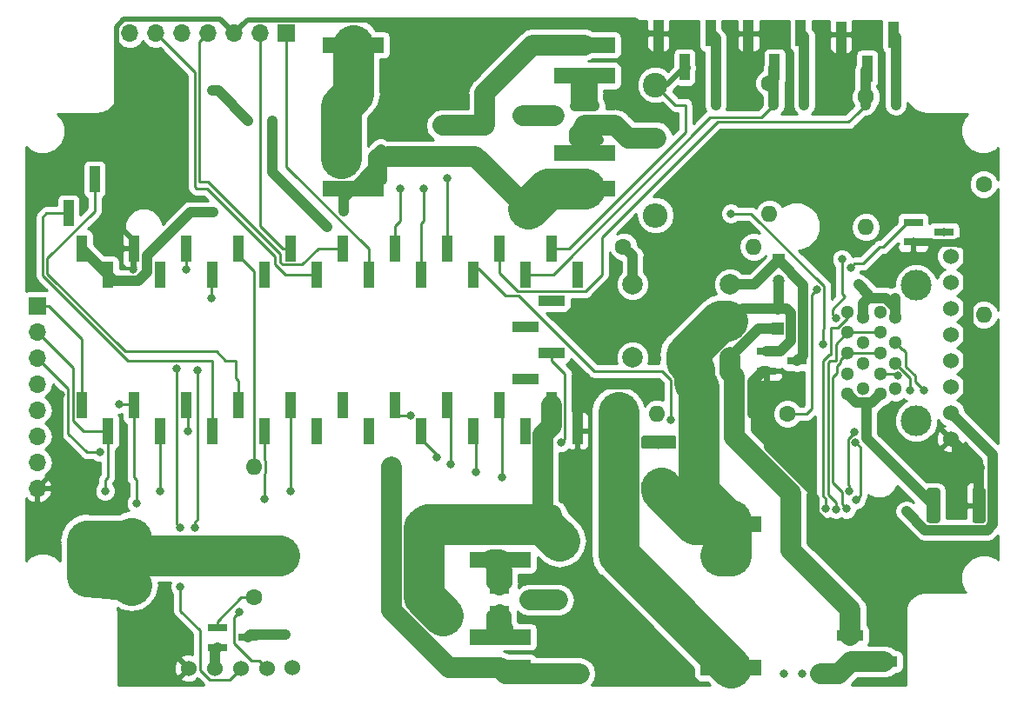
<source format=gbr>
G04 #@! TF.GenerationSoftware,KiCad,Pcbnew,(5.0.2)-1*
G04 #@! TF.CreationDate,2019-08-17T15:57:10+01:00*
G04 #@! TF.ProjectId,SoliCamb Rev 4 PCB,536f6c69-4361-46d6-9220-526576203420,rev?*
G04 #@! TF.SameCoordinates,Original*
G04 #@! TF.FileFunction,Copper,L1,Top*
G04 #@! TF.FilePolarity,Positive*
%FSLAX46Y46*%
G04 Gerber Fmt 4.6, Leading zero omitted, Abs format (unit mm)*
G04 Created by KiCad (PCBNEW (5.0.2)-1) date 8/17/2019 3:57:10 PM*
%MOMM*%
%LPD*%
G01*
G04 APERTURE LIST*
G04 #@! TA.AperFunction,Conductor*
%ADD10C,0.100000*%
G04 #@! TD*
G04 #@! TA.AperFunction,SMDPad,CuDef*
%ADD11C,1.300000*%
G04 #@! TD*
G04 #@! TA.AperFunction,SMDPad,CuDef*
%ADD12R,1.900000X0.800000*%
G04 #@! TD*
G04 #@! TA.AperFunction,ComponentPad*
%ADD13R,1.700000X1.700000*%
G04 #@! TD*
G04 #@! TA.AperFunction,ComponentPad*
%ADD14O,1.700000X1.700000*%
G04 #@! TD*
G04 #@! TA.AperFunction,SMDPad,CuDef*
%ADD15R,2.510000X1.000000*%
G04 #@! TD*
G04 #@! TA.AperFunction,SMDPad,CuDef*
%ADD16R,1.000000X2.510000*%
G04 #@! TD*
G04 #@! TA.AperFunction,SMDPad,CuDef*
%ADD17R,6.000000X1.524000*%
G04 #@! TD*
G04 #@! TA.AperFunction,SMDPad,CuDef*
%ADD18R,1.050000X2.550000*%
G04 #@! TD*
G04 #@! TA.AperFunction,SMDPad,CuDef*
%ADD19R,2.550000X1.050000*%
G04 #@! TD*
G04 #@! TA.AperFunction,ComponentPad*
%ADD20R,1.200000X1.200000*%
G04 #@! TD*
G04 #@! TA.AperFunction,ComponentPad*
%ADD21C,1.200000*%
G04 #@! TD*
G04 #@! TA.AperFunction,ComponentPad*
%ADD22C,1.600000*%
G04 #@! TD*
G04 #@! TA.AperFunction,ComponentPad*
%ADD23O,1.600000X1.600000*%
G04 #@! TD*
G04 #@! TA.AperFunction,ComponentPad*
%ADD24C,2.400000*%
G04 #@! TD*
G04 #@! TA.AperFunction,ComponentPad*
%ADD25O,2.400000X2.400000*%
G04 #@! TD*
G04 #@! TA.AperFunction,ComponentPad*
%ADD26C,2.000000*%
G04 #@! TD*
G04 #@! TA.AperFunction,ComponentPad*
%ADD27C,1.524000*%
G04 #@! TD*
G04 #@! TA.AperFunction,ComponentPad*
%ADD28C,1.300000*%
G04 #@! TD*
G04 #@! TA.AperFunction,ComponentPad*
%ADD29C,3.000000*%
G04 #@! TD*
G04 #@! TA.AperFunction,ViaPad*
%ADD30C,0.800000*%
G04 #@! TD*
G04 #@! TA.AperFunction,Conductor*
%ADD31C,2.000000*%
G04 #@! TD*
G04 #@! TA.AperFunction,Conductor*
%ADD32C,4.000000*%
G04 #@! TD*
G04 #@! TA.AperFunction,Conductor*
%ADD33C,1.000000*%
G04 #@! TD*
G04 #@! TA.AperFunction,Conductor*
%ADD34C,0.500000*%
G04 #@! TD*
G04 #@! TA.AperFunction,Conductor*
%ADD35C,0.250000*%
G04 #@! TD*
G04 #@! TA.AperFunction,Conductor*
%ADD36C,0.750000*%
G04 #@! TD*
G04 #@! TA.AperFunction,Conductor*
%ADD37C,0.254000*%
G04 #@! TD*
G04 APERTURE END LIST*
D10*
G04 #@! TO.N,+3V3*
G04 #@! TO.C,F4*
G36*
X156349504Y-119101204D02*
X156373773Y-119104804D01*
X156397571Y-119110765D01*
X156420671Y-119119030D01*
X156442849Y-119129520D01*
X156463893Y-119142133D01*
X156483598Y-119156747D01*
X156501777Y-119173223D01*
X156518253Y-119191402D01*
X156532867Y-119211107D01*
X156545480Y-119232151D01*
X156555970Y-119254329D01*
X156564235Y-119277429D01*
X156570196Y-119301227D01*
X156573796Y-119325496D01*
X156575000Y-119350000D01*
X156575000Y-122250000D01*
X156573796Y-122274504D01*
X156570196Y-122298773D01*
X156564235Y-122322571D01*
X156555970Y-122345671D01*
X156545480Y-122367849D01*
X156532867Y-122388893D01*
X156518253Y-122408598D01*
X156501777Y-122426777D01*
X156483598Y-122443253D01*
X156463893Y-122457867D01*
X156442849Y-122470480D01*
X156420671Y-122480970D01*
X156397571Y-122489235D01*
X156373773Y-122495196D01*
X156349504Y-122498796D01*
X156325000Y-122500000D01*
X155525000Y-122500000D01*
X155500496Y-122498796D01*
X155476227Y-122495196D01*
X155452429Y-122489235D01*
X155429329Y-122480970D01*
X155407151Y-122470480D01*
X155386107Y-122457867D01*
X155366402Y-122443253D01*
X155348223Y-122426777D01*
X155331747Y-122408598D01*
X155317133Y-122388893D01*
X155304520Y-122367849D01*
X155294030Y-122345671D01*
X155285765Y-122322571D01*
X155279804Y-122298773D01*
X155276204Y-122274504D01*
X155275000Y-122250000D01*
X155275000Y-119350000D01*
X155276204Y-119325496D01*
X155279804Y-119301227D01*
X155285765Y-119277429D01*
X155294030Y-119254329D01*
X155304520Y-119232151D01*
X155317133Y-119211107D01*
X155331747Y-119191402D01*
X155348223Y-119173223D01*
X155366402Y-119156747D01*
X155386107Y-119142133D01*
X155407151Y-119129520D01*
X155429329Y-119119030D01*
X155452429Y-119110765D01*
X155476227Y-119104804D01*
X155500496Y-119101204D01*
X155525000Y-119100000D01*
X156325000Y-119100000D01*
X156349504Y-119101204D01*
X156349504Y-119101204D01*
G37*
D11*
G04 #@! TD*
G04 #@! TO.P,F4,1*
G04 #@! TO.N,+3V3*
X155925000Y-120800000D03*
D10*
G04 #@! TO.N,USB_3V*
G04 #@! TO.C,F4*
G36*
X151899504Y-119101204D02*
X151923773Y-119104804D01*
X151947571Y-119110765D01*
X151970671Y-119119030D01*
X151992849Y-119129520D01*
X152013893Y-119142133D01*
X152033598Y-119156747D01*
X152051777Y-119173223D01*
X152068253Y-119191402D01*
X152082867Y-119211107D01*
X152095480Y-119232151D01*
X152105970Y-119254329D01*
X152114235Y-119277429D01*
X152120196Y-119301227D01*
X152123796Y-119325496D01*
X152125000Y-119350000D01*
X152125000Y-122250000D01*
X152123796Y-122274504D01*
X152120196Y-122298773D01*
X152114235Y-122322571D01*
X152105970Y-122345671D01*
X152095480Y-122367849D01*
X152082867Y-122388893D01*
X152068253Y-122408598D01*
X152051777Y-122426777D01*
X152033598Y-122443253D01*
X152013893Y-122457867D01*
X151992849Y-122470480D01*
X151970671Y-122480970D01*
X151947571Y-122489235D01*
X151923773Y-122495196D01*
X151899504Y-122498796D01*
X151875000Y-122500000D01*
X151075000Y-122500000D01*
X151050496Y-122498796D01*
X151026227Y-122495196D01*
X151002429Y-122489235D01*
X150979329Y-122480970D01*
X150957151Y-122470480D01*
X150936107Y-122457867D01*
X150916402Y-122443253D01*
X150898223Y-122426777D01*
X150881747Y-122408598D01*
X150867133Y-122388893D01*
X150854520Y-122367849D01*
X150844030Y-122345671D01*
X150835765Y-122322571D01*
X150829804Y-122298773D01*
X150826204Y-122274504D01*
X150825000Y-122250000D01*
X150825000Y-119350000D01*
X150826204Y-119325496D01*
X150829804Y-119301227D01*
X150835765Y-119277429D01*
X150844030Y-119254329D01*
X150854520Y-119232151D01*
X150867133Y-119211107D01*
X150881747Y-119191402D01*
X150898223Y-119173223D01*
X150916402Y-119156747D01*
X150936107Y-119142133D01*
X150957151Y-119129520D01*
X150979329Y-119119030D01*
X151002429Y-119110765D01*
X151026227Y-119104804D01*
X151050496Y-119101204D01*
X151075000Y-119100000D01*
X151875000Y-119100000D01*
X151899504Y-119101204D01*
X151899504Y-119101204D01*
G37*
D11*
G04 #@! TD*
G04 #@! TO.P,F4,2*
G04 #@! TO.N,USB_3V*
X151475000Y-120800000D03*
D10*
G04 #@! TO.N,USB_GND*
G04 #@! TO.C,F5*
G36*
X126234504Y-113981204D02*
X126258773Y-113984804D01*
X126282571Y-113990765D01*
X126305671Y-113999030D01*
X126327849Y-114009520D01*
X126348893Y-114022133D01*
X126368598Y-114036747D01*
X126386777Y-114053223D01*
X126403253Y-114071402D01*
X126417867Y-114091107D01*
X126430480Y-114112151D01*
X126440970Y-114134329D01*
X126449235Y-114157429D01*
X126455196Y-114181227D01*
X126458796Y-114205496D01*
X126460000Y-114230000D01*
X126460000Y-115030000D01*
X126458796Y-115054504D01*
X126455196Y-115078773D01*
X126449235Y-115102571D01*
X126440970Y-115125671D01*
X126430480Y-115147849D01*
X126417867Y-115168893D01*
X126403253Y-115188598D01*
X126386777Y-115206777D01*
X126368598Y-115223253D01*
X126348893Y-115237867D01*
X126327849Y-115250480D01*
X126305671Y-115260970D01*
X126282571Y-115269235D01*
X126258773Y-115275196D01*
X126234504Y-115278796D01*
X126210000Y-115280000D01*
X123310000Y-115280000D01*
X123285496Y-115278796D01*
X123261227Y-115275196D01*
X123237429Y-115269235D01*
X123214329Y-115260970D01*
X123192151Y-115250480D01*
X123171107Y-115237867D01*
X123151402Y-115223253D01*
X123133223Y-115206777D01*
X123116747Y-115188598D01*
X123102133Y-115168893D01*
X123089520Y-115147849D01*
X123079030Y-115125671D01*
X123070765Y-115102571D01*
X123064804Y-115078773D01*
X123061204Y-115054504D01*
X123060000Y-115030000D01*
X123060000Y-114230000D01*
X123061204Y-114205496D01*
X123064804Y-114181227D01*
X123070765Y-114157429D01*
X123079030Y-114134329D01*
X123089520Y-114112151D01*
X123102133Y-114091107D01*
X123116747Y-114071402D01*
X123133223Y-114053223D01*
X123151402Y-114036747D01*
X123171107Y-114022133D01*
X123192151Y-114009520D01*
X123214329Y-113999030D01*
X123237429Y-113990765D01*
X123261227Y-113984804D01*
X123285496Y-113981204D01*
X123310000Y-113980000D01*
X126210000Y-113980000D01*
X126234504Y-113981204D01*
X126234504Y-113981204D01*
G37*
D11*
G04 #@! TD*
G04 #@! TO.P,F5,2*
G04 #@! TO.N,USB_GND*
X124760000Y-114630000D03*
D10*
G04 #@! TO.N,GND*
G04 #@! TO.C,F5*
G36*
X126234504Y-118431204D02*
X126258773Y-118434804D01*
X126282571Y-118440765D01*
X126305671Y-118449030D01*
X126327849Y-118459520D01*
X126348893Y-118472133D01*
X126368598Y-118486747D01*
X126386777Y-118503223D01*
X126403253Y-118521402D01*
X126417867Y-118541107D01*
X126430480Y-118562151D01*
X126440970Y-118584329D01*
X126449235Y-118607429D01*
X126455196Y-118631227D01*
X126458796Y-118655496D01*
X126460000Y-118680000D01*
X126460000Y-119480000D01*
X126458796Y-119504504D01*
X126455196Y-119528773D01*
X126449235Y-119552571D01*
X126440970Y-119575671D01*
X126430480Y-119597849D01*
X126417867Y-119618893D01*
X126403253Y-119638598D01*
X126386777Y-119656777D01*
X126368598Y-119673253D01*
X126348893Y-119687867D01*
X126327849Y-119700480D01*
X126305671Y-119710970D01*
X126282571Y-119719235D01*
X126258773Y-119725196D01*
X126234504Y-119728796D01*
X126210000Y-119730000D01*
X123310000Y-119730000D01*
X123285496Y-119728796D01*
X123261227Y-119725196D01*
X123237429Y-119719235D01*
X123214329Y-119710970D01*
X123192151Y-119700480D01*
X123171107Y-119687867D01*
X123151402Y-119673253D01*
X123133223Y-119656777D01*
X123116747Y-119638598D01*
X123102133Y-119618893D01*
X123089520Y-119597849D01*
X123079030Y-119575671D01*
X123070765Y-119552571D01*
X123064804Y-119528773D01*
X123061204Y-119504504D01*
X123060000Y-119480000D01*
X123060000Y-118680000D01*
X123061204Y-118655496D01*
X123064804Y-118631227D01*
X123070765Y-118607429D01*
X123079030Y-118584329D01*
X123089520Y-118562151D01*
X123102133Y-118541107D01*
X123116747Y-118521402D01*
X123133223Y-118503223D01*
X123151402Y-118486747D01*
X123171107Y-118472133D01*
X123192151Y-118459520D01*
X123214329Y-118449030D01*
X123237429Y-118440765D01*
X123261227Y-118434804D01*
X123285496Y-118431204D01*
X123310000Y-118430000D01*
X126210000Y-118430000D01*
X126234504Y-118431204D01*
X126234504Y-118431204D01*
G37*
D11*
G04 #@! TD*
G04 #@! TO.P,F5,1*
G04 #@! TO.N,GND*
X124760000Y-119080000D03*
D12*
G04 #@! TO.P,Q1,1*
G04 #@! TO.N,Net-(BT1-Pad2)*
X109200000Y-129050000D03*
G04 #@! TO.P,Q1,2*
G04 #@! TO.N,Net-(Q1-Pad2)*
X109200000Y-130950000D03*
G04 #@! TO.P,Q1,3*
G04 #@! TO.N,Net-(BT1-Pad1)*
X112200000Y-130000000D03*
G04 #@! TD*
G04 #@! TO.P,Q2,1*
G04 #@! TO.N,Net-(Q2-Pad1)*
X81788000Y-132720000D03*
G04 #@! TO.P,Q2,2*
G04 #@! TO.N,Net-(Q2-Pad2)*
X81788000Y-134620000D03*
G04 #@! TO.P,Q2,3*
G04 #@! TO.N,GND*
X84788000Y-133670000D03*
G04 #@! TD*
G04 #@! TO.P,Q3,3*
G04 #@! TO.N,Net-(Q3-Pad3)*
X152500000Y-94200000D03*
G04 #@! TO.P,Q3,2*
G04 #@! TO.N,+3V3*
X149500000Y-95150000D03*
G04 #@! TO.P,Q3,1*
G04 #@! TO.N,Net-(Q3-Pad1)*
X149500000Y-93250000D03*
G04 #@! TD*
D13*
G04 #@! TO.P,U4,1*
G04 #@! TO.N,Net-(U4-Pad1)*
X64262000Y-101346000D03*
D14*
G04 #@! TO.P,U4,2*
G04 #@! TO.N,SCK*
X64262000Y-103886000D03*
G04 #@! TO.P,U4,3*
G04 #@! TO.N,MOSI*
X64262000Y-106426000D03*
G04 #@! TO.P,U4,4*
G04 #@! TO.N,MISO*
X64262000Y-108966000D03*
G04 #@! TO.P,U4,5*
G04 #@! TO.N,N/C*
X64262000Y-111506000D03*
G04 #@! TO.P,U4,6*
G04 #@! TO.N,GND*
X64262000Y-114046000D03*
G04 #@! TO.P,U4,7*
G04 #@! TO.N,Net-(U4-Pad7)*
X64262000Y-116586000D03*
G04 #@! TO.P,U4,8*
G04 #@! TO.N,+3V3*
X64262000Y-119126000D03*
G04 #@! TD*
D15*
G04 #@! TO.P,J1,1*
G04 #@! TO.N,Net-(C2-Pad1)*
X143390000Y-133460000D03*
G04 #@! TO.P,J1,2*
G04 #@! TO.N,Net-(J1-Pad2)*
X146700000Y-136000000D03*
G04 #@! TD*
D16*
G04 #@! TO.P,J2,2*
G04 #@! TO.N,Net-(J2-Pad2)*
X69850000Y-89023000D03*
G04 #@! TO.P,J2,1*
G04 #@! TO.N,Net-(J2-Pad1)*
X67310000Y-92333000D03*
G04 #@! TD*
D12*
G04 #@! TO.P,Q4,3*
G04 #@! TO.N,Net-(BT2-Pad1)*
X114554000Y-82804000D03*
G04 #@! TO.P,Q4,2*
G04 #@! TO.N,Net-(Q4-Pad2)*
X117554000Y-81854000D03*
G04 #@! TO.P,Q4,1*
G04 #@! TO.N,Net-(BT2-Pad2)*
X117554000Y-83754000D03*
G04 #@! TD*
G04 #@! TO.P,Q5,1*
G04 #@! TO.N,GND*
X135235555Y-105792969D03*
G04 #@! TO.P,Q5,2*
G04 #@! TO.N,+3V3*
X135235555Y-107692969D03*
G04 #@! TO.P,Q5,3*
G04 #@! TO.N,Net-(C1-Pad1)*
X138235555Y-106742969D03*
G04 #@! TD*
D13*
G04 #@! TO.P,U7,1*
G04 #@! TO.N,Net-(U6-Pad12)*
X88519000Y-74803000D03*
D14*
G04 #@! TO.P,U7,2*
G04 #@! TO.N,Net-(U6-Pad9)*
X85979000Y-74803000D03*
G04 #@! TO.P,U7,3*
G04 #@! TO.N,+3V3*
X83439000Y-74803000D03*
G04 #@! TO.P,U7,4*
G04 #@! TO.N,Net-(U6-Pad11)*
X80899000Y-74803000D03*
G04 #@! TO.P,U7,5*
G04 #@! TO.N,GND*
X78359000Y-74803000D03*
G04 #@! TO.P,U7,6*
G04 #@! TO.N,Net-(U6-Pad10)*
X75819000Y-74803000D03*
G04 #@! TO.P,U7,7*
G04 #@! TO.N,N/C*
X73279000Y-74803000D03*
G04 #@! TD*
D16*
G04 #@! TO.P,J9,1*
G04 #@! TO.N,GND*
X147574000Y-74926000D03*
G04 #@! TO.P,J9,3*
G04 #@! TO.N,+3V3*
X142494000Y-74926000D03*
G04 #@! TO.P,J9,2*
G04 #@! TO.N,Net-(J9-Pad2)*
X145034000Y-78236000D03*
G04 #@! TD*
G04 #@! TO.P,J10,2*
G04 #@! TO.N,Net-(J10-Pad2)*
X136017000Y-78109000D03*
G04 #@! TO.P,J10,3*
G04 #@! TO.N,+3V3*
X133477000Y-74799000D03*
G04 #@! TO.P,J10,1*
G04 #@! TO.N,GND*
X138557000Y-74799000D03*
G04 #@! TD*
G04 #@! TO.P,J11,1*
G04 #@! TO.N,GND*
X129794000Y-74803000D03*
G04 #@! TO.P,J11,3*
G04 #@! TO.N,+3V3*
X124714000Y-74803000D03*
G04 #@! TO.P,J11,2*
G04 #@! TO.N,Net-(J11-Pad2)*
X127254000Y-78113000D03*
G04 #@! TD*
D17*
G04 #@! TO.P,U1,5*
G04 #@! TO.N,Net-(BT1-Pad2)*
X109300000Y-126100000D03*
G04 #@! TO.P,U1,4*
G04 #@! TO.N,Net-(Q1-Pad2)*
X109300000Y-133600000D03*
G04 #@! TO.P,U1,3*
G04 #@! TO.N,Net-(J1-Pad2)*
X109300000Y-136600000D03*
G04 #@! TO.P,U1,6*
G04 #@! TO.N,GND*
X109300000Y-122600000D03*
G04 #@! TO.P,U1,2*
G04 #@! TO.N,+5V*
X131800000Y-136600000D03*
G04 #@! TO.P,U1,1*
G04 #@! TO.N,GND*
X131800000Y-122600000D03*
G04 #@! TD*
G04 #@! TO.P,U2,1*
G04 #@! TO.N,GND*
X94996000Y-89946000D03*
G04 #@! TO.P,U2,2*
G04 #@! TO.N,+5V*
X94996000Y-75946000D03*
G04 #@! TO.P,U2,6*
G04 #@! TO.N,GND*
X117496000Y-89946000D03*
G04 #@! TO.P,U2,3*
G04 #@! TO.N,Net-(J1-Pad2)*
X117496000Y-75946000D03*
G04 #@! TO.P,U2,4*
G04 #@! TO.N,Net-(Q4-Pad2)*
X117496000Y-78946000D03*
G04 #@! TO.P,U2,5*
G04 #@! TO.N,Net-(BT2-Pad2)*
X117496000Y-86446000D03*
G04 #@! TD*
D18*
G04 #@! TO.P,U6,18*
G04 #@! TO.N,Net-(J10-Pad2)*
X111760000Y-98298000D03*
G04 #@! TO.P,U6,11*
G04 #@! TO.N,Net-(U6-Pad11)*
X93980000Y-95748000D03*
G04 #@! TO.P,U6,8*
G04 #@! TO.N,N/C*
X86360000Y-98298000D03*
G04 #@! TO.P,U6,20*
X116840000Y-98298000D03*
G04 #@! TO.P,U6,17*
G04 #@! TO.N,Net-(J9-Pad2)*
X109220000Y-95748000D03*
G04 #@! TO.P,U6,6*
G04 #@! TO.N,Net-(U5-Pad2)*
X81280000Y-98298000D03*
G04 #@! TO.P,U6,1*
G04 #@! TO.N,GND*
X68580000Y-95748000D03*
G04 #@! TO.P,U6,12*
G04 #@! TO.N,Net-(U6-Pad12)*
X96520000Y-98298000D03*
G04 #@! TO.P,U6,2*
G04 #@! TO.N,GND*
X71120000Y-98298000D03*
G04 #@! TO.P,U6,10*
G04 #@! TO.N,Net-(U6-Pad10)*
X91440000Y-98298000D03*
G04 #@! TO.P,U6,4*
G04 #@! TO.N,N/C*
X76200000Y-98298000D03*
G04 #@! TO.P,U6,19*
G04 #@! TO.N,Net-(J11-Pad2)*
X114300000Y-95748000D03*
G04 #@! TO.P,U6,7*
G04 #@! TO.N,Net-(R5-Pad2)*
X83820000Y-95748000D03*
G04 #@! TO.P,U6,14*
G04 #@! TO.N,CS2*
X101600000Y-98298000D03*
G04 #@! TO.P,U6,3*
G04 #@! TO.N,+3V3*
X73660000Y-95748000D03*
G04 #@! TO.P,U6,15*
G04 #@! TO.N,CS3*
X104140000Y-95748000D03*
G04 #@! TO.P,U6,13*
G04 #@! TO.N,CS1*
X99060000Y-95748000D03*
G04 #@! TO.P,U6,5*
G04 #@! TO.N,Net-(U5-Pad3)*
X78740000Y-95748000D03*
G04 #@! TO.P,U6,16*
G04 #@! TO.N,CS4*
X106680000Y-98298000D03*
G04 #@! TO.P,U6,9*
G04 #@! TO.N,Net-(U6-Pad9)*
X88900000Y-95748000D03*
G04 #@! TO.P,U6,23*
G04 #@! TO.N,N/C*
X111760000Y-113548000D03*
G04 #@! TO.P,U6,30*
X93980000Y-110993000D03*
G04 #@! TO.P,U6,33*
G04 #@! TO.N,USB_DM*
X86360000Y-113548000D03*
G04 #@! TO.P,U6,21*
G04 #@! TO.N,+3V3*
X116840000Y-113548000D03*
G04 #@! TO.P,U6,24*
G04 #@! TO.N,Net-(U6-Pad24)*
X109220000Y-110993000D03*
G04 #@! TO.P,U6,35*
G04 #@! TO.N,Net-(J2-Pad1)*
X81280000Y-113548000D03*
G04 #@! TO.P,U6,40*
G04 #@! TO.N,Net-(U4-Pad1)*
X68580000Y-110993000D03*
G04 #@! TO.P,U6,29*
G04 #@! TO.N,N/C*
X96520000Y-113548000D03*
G04 #@! TO.P,U6,39*
G04 #@! TO.N,SCK*
X71120000Y-113548000D03*
G04 #@! TO.P,U6,31*
G04 #@! TO.N,N/C*
X91440000Y-113548000D03*
G04 #@! TO.P,U6,37*
G04 #@! TO.N,MOSI*
X76200000Y-113548000D03*
G04 #@! TO.P,U6,22*
G04 #@! TO.N,GND*
X114300000Y-110993000D03*
G04 #@! TO.P,U6,34*
G04 #@! TO.N,Net-(J2-Pad2)*
X83820000Y-110993000D03*
G04 #@! TO.P,U6,27*
G04 #@! TO.N,Net-(U6-Pad27)*
X101600000Y-113548000D03*
G04 #@! TO.P,U6,38*
G04 #@! TO.N,MISO*
X73660000Y-110993000D03*
G04 #@! TO.P,U6,26*
G04 #@! TO.N,Net-(U6-Pad26)*
X104140000Y-110993000D03*
G04 #@! TO.P,U6,28*
G04 #@! TO.N,Net-(U6-Pad28)*
X99060000Y-110993000D03*
G04 #@! TO.P,U6,36*
G04 #@! TO.N,Net-(U4-Pad7)*
X78740000Y-110993000D03*
G04 #@! TO.P,U6,25*
G04 #@! TO.N,Net-(U6-Pad25)*
X106680000Y-113548000D03*
G04 #@! TO.P,U6,32*
G04 #@! TO.N,USB_DP*
X88900000Y-110993000D03*
D19*
G04 #@! TO.P,U6,41*
G04 #@! TO.N,N/C*
X114310000Y-100838000D03*
G04 #@! TO.P,U6,42*
X111760000Y-103378000D03*
G04 #@! TO.P,U6,43*
G04 #@! TO.N,Net-(R7-Pad2)*
X114310000Y-105918000D03*
G04 #@! TO.P,U6,44*
G04 #@! TO.N,N/C*
X111760000Y-108458000D03*
G04 #@! TD*
D20*
G04 #@! TO.P,C1,1*
G04 #@! TO.N,Net-(C1-Pad1)*
X136400000Y-96900000D03*
D21*
G04 #@! TO.P,C1,2*
G04 #@! TO.N,GND*
X136400000Y-98900000D03*
G04 #@! TD*
G04 #@! TO.P,C2,2*
G04 #@! TO.N,GND*
X136300000Y-101600000D03*
D20*
G04 #@! TO.P,C2,1*
G04 #@! TO.N,Net-(C2-Pad1)*
X136300000Y-103600000D03*
G04 #@! TD*
D22*
G04 #@! TO.P,R1,1*
G04 #@! TO.N,Net-(J9-Pad2)*
X144900000Y-81000000D03*
D23*
G04 #@! TO.P,R1,2*
G04 #@! TO.N,GND*
X144900000Y-93700000D03*
G04 #@! TD*
G04 #@! TO.P,R2,2*
G04 #@! TO.N,GND*
X134000000Y-95600000D03*
D22*
G04 #@! TO.P,R2,1*
G04 #@! TO.N,Net-(R2-Pad1)*
X121300000Y-95600000D03*
G04 #@! TD*
G04 #@! TO.P,R3,1*
G04 #@! TO.N,Net-(J10-Pad2)*
X135520000Y-79680000D03*
D23*
G04 #@! TO.P,R3,2*
G04 #@! TO.N,GND*
X135520000Y-92380000D03*
G04 #@! TD*
D24*
G04 #@! TO.P,R4,1*
G04 #@! TO.N,Net-(J11-Pad2)*
X124410000Y-79850000D03*
D25*
G04 #@! TO.P,R4,2*
G04 #@! TO.N,GND*
X124410000Y-92550000D03*
G04 #@! TD*
D22*
G04 #@! TO.P,R5,1*
G04 #@! TO.N,Net-(Q2-Pad1)*
X85350000Y-129760000D03*
D23*
G04 #@! TO.P,R5,2*
G04 #@! TO.N,Net-(R5-Pad2)*
X85350000Y-117060000D03*
G04 #@! TD*
G04 #@! TO.P,R6,2*
G04 #@! TO.N,Net-(R6-Pad2)*
X156380000Y-102210000D03*
D22*
G04 #@! TO.P,R6,1*
G04 #@! TO.N,Net-(Q3-Pad3)*
X156380000Y-89510000D03*
G04 #@! TD*
D23*
G04 #@! TO.P,R7,2*
G04 #@! TO.N,Net-(R7-Pad2)*
X124560000Y-111870000D03*
D22*
G04 #@! TO.P,R7,1*
G04 #@! TO.N,Net-(Q3-Pad1)*
X137260000Y-111870000D03*
G04 #@! TD*
D26*
G04 #@! TO.P,U3,1*
G04 #@! TO.N,Net-(C2-Pad1)*
X131704955Y-106377169D03*
G04 #@! TO.P,U3,5*
G04 #@! TO.N,GND*
X131702415Y-102816089D03*
G04 #@! TO.P,U3,4*
G04 #@! TO.N,Net-(C1-Pad1)*
X131704955Y-99255009D03*
G04 #@! TO.P,U3,2*
G04 #@! TO.N,N/C*
X122185035Y-106377169D03*
G04 #@! TO.P,U3,3*
G04 #@! TO.N,Net-(R2-Pad1)*
X122187575Y-99252469D03*
G04 #@! TD*
D27*
G04 #@! TO.P,U5,1*
G04 #@! TO.N,N/C*
X89074000Y-136612000D03*
G04 #@! TO.P,U5,2*
G04 #@! TO.N,Net-(U5-Pad2)*
X86614000Y-136652000D03*
G04 #@! TO.P,U5,3*
G04 #@! TO.N,Net-(U5-Pad3)*
X84074000Y-136652000D03*
G04 #@! TO.P,U5,4*
G04 #@! TO.N,Net-(Q2-Pad2)*
X81534000Y-136652000D03*
G04 #@! TO.P,U5,5*
G04 #@! TO.N,+3V3*
X78994000Y-136652000D03*
G04 #@! TD*
G04 #@! TO.P,U8,1*
G04 #@! TO.N,Net-(R6-Pad2)*
X153162000Y-96520000D03*
G04 #@! TO.P,U8,2*
G04 #@! TO.N,Net-(U6-Pad24)*
X153162000Y-99060000D03*
G04 #@! TO.P,U8,3*
G04 #@! TO.N,Net-(U6-Pad25)*
X153162000Y-101600000D03*
G04 #@! TO.P,U8,4*
G04 #@! TO.N,Net-(U6-Pad26)*
X153162000Y-104140000D03*
G04 #@! TO.P,U8,5*
G04 #@! TO.N,Net-(U6-Pad27)*
X153162000Y-106680000D03*
G04 #@! TO.P,U8,6*
G04 #@! TO.N,Net-(U6-Pad28)*
X153162000Y-109220000D03*
G04 #@! TO.P,U8,7*
G04 #@! TO.N,GND*
X153162000Y-111760000D03*
G04 #@! TO.P,U8,8*
G04 #@! TO.N,+3V3*
X153162000Y-114300000D03*
G04 #@! TD*
D28*
G04 #@! TO.P,U9,2*
G04 #@! TO.N,USB_DM*
X147800000Y-104950000D03*
G04 #@! TO.P,U9,3*
G04 #@! TO.N,USB_DP*
X147800000Y-106950000D03*
G04 #@! TO.P,U9,4*
G04 #@! TO.N,USB_GND*
X147800000Y-109450000D03*
G04 #@! TO.P,U9,1*
G04 #@! TO.N,+5V*
X147800000Y-102450000D03*
G04 #@! TO.P,U9,7*
G04 #@! TO.N,SCK*
X146300000Y-105950000D03*
G04 #@! TO.P,U9,6*
G04 #@! TO.N,CS1*
X146300000Y-107950000D03*
G04 #@! TO.P,U9,8*
G04 #@! TO.N,MOSI*
X146300000Y-103950000D03*
G04 #@! TO.P,U9,5*
G04 #@! TO.N,USB_3V*
X146300000Y-109950000D03*
G04 #@! TO.P,U9,9*
G04 #@! TO.N,MISO*
X146300000Y-101950000D03*
G04 #@! TO.P,U9,10*
G04 #@! TO.N,+5V*
X144600000Y-102450000D03*
G04 #@! TO.P,U9,11*
G04 #@! TO.N,CS3*
X144600000Y-104950000D03*
G04 #@! TO.P,U9,13*
G04 #@! TO.N,USB_GND*
X144600000Y-109450000D03*
G04 #@! TO.P,U9,15*
G04 #@! TO.N,CS2*
X143100000Y-107950000D03*
G04 #@! TO.P,U9,12*
G04 #@! TO.N,CS4*
X144600000Y-106950000D03*
G04 #@! TO.P,U9,16*
G04 #@! TO.N,SCK*
X143100000Y-105950000D03*
G04 #@! TO.P,U9,17*
G04 #@! TO.N,MOSI*
X143100000Y-103950000D03*
G04 #@! TO.P,U9,14*
G04 #@! TO.N,USB_3V*
X143100000Y-109950000D03*
G04 #@! TO.P,U9,18*
G04 #@! TO.N,MISO*
X143100000Y-101950000D03*
D29*
G04 #@! TO.P,U9,19*
G04 #@! TO.N,N/C*
X149800000Y-99380000D03*
G04 #@! TO.P,U9,20*
X149810000Y-112510000D03*
G04 #@! TD*
D30*
G04 #@! TO.N,Net-(BT1-Pad1)*
X114900000Y-130000000D03*
G04 #@! TO.N,Net-(BT1-Pad2)*
X73406000Y-126100000D03*
X73406000Y-128524000D03*
X71004000Y-126100000D03*
X69110000Y-124206000D03*
X69110000Y-127694990D03*
X109300000Y-126100000D03*
X87800000Y-125700000D03*
G04 #@! TO.N,GND*
X131800000Y-125704000D03*
X115062000Y-124245010D03*
X112000000Y-91900000D03*
X97800000Y-87600000D03*
X97000000Y-86800000D03*
X97700000Y-86100000D03*
X98400000Y-86800000D03*
X129794000Y-74803000D03*
X138557000Y-74799000D03*
X147574000Y-74926000D03*
X101900010Y-122999990D03*
X103712748Y-131487252D03*
X88400000Y-133400000D03*
X71120000Y-98298000D03*
X68580000Y-95748000D03*
X81300000Y-80400000D03*
X84800000Y-83334315D03*
X87134315Y-83334315D03*
X92500000Y-93700000D03*
X94092804Y-92107196D03*
G04 #@! TO.N,+3V3*
X133500000Y-77600000D03*
X124700000Y-77600000D03*
X142494000Y-77181000D03*
X149500000Y-95150000D03*
X147300000Y-93200000D03*
X66554989Y-110000000D03*
X73600000Y-97800000D03*
G04 #@! TO.N,Net-(BT2-Pad2)*
X124500000Y-85000000D03*
G04 #@! TO.N,Net-(BT2-Pad1)*
X111500000Y-82800000D03*
G04 #@! TO.N,MISO*
X72200000Y-110900000D03*
G04 #@! TO.N,+5V*
X120800000Y-111700000D03*
X93800000Y-87000010D03*
G04 #@! TO.N,USB_DM*
X86360000Y-120142000D03*
G04 #@! TO.N,USB_DP*
X88900000Y-119380000D03*
X143289763Y-119423069D03*
G04 #@! TO.N,Net-(U4-Pad7)*
X78900000Y-113600000D03*
G04 #@! TO.N,Net-(U5-Pad2)*
X83900000Y-131200000D03*
X79600000Y-123000000D03*
X79900000Y-107600000D03*
X81200000Y-100600000D03*
G04 #@! TO.N,Net-(U5-Pad3)*
X78200000Y-128700000D03*
X78200000Y-123000000D03*
X77800000Y-107433000D03*
X78800000Y-97800000D03*
G04 #@! TO.N,Net-(U6-Pad24)*
X109474000Y-118073000D03*
G04 #@! TO.N,Net-(U6-Pad28)*
X100584000Y-112014000D03*
G04 #@! TO.N,Net-(U6-Pad25)*
X106934304Y-117523815D03*
G04 #@! TO.N,SCK*
X70866000Y-119380000D03*
X142999587Y-121129579D03*
G04 #@! TO.N,MOSI*
X76200000Y-119380000D03*
X142000531Y-121173042D03*
G04 #@! TO.N,MISO*
X73914000Y-120592998D03*
X141003460Y-121096540D03*
G04 #@! TO.N,CS1*
X99568000Y-89916000D03*
G04 #@! TO.N,CS2*
X101854000Y-89916000D03*
G04 #@! TO.N,CS3*
X104140000Y-88900000D03*
G04 #@! TO.N,GND*
X81350000Y-92230000D03*
X87134315Y-88334315D03*
X135219923Y-105777337D03*
X148870000Y-121388520D03*
G04 #@! TO.N,+3V3*
X133840000Y-111830000D03*
X124780000Y-110030000D03*
X155956000Y-117094000D03*
X157430000Y-112180000D03*
X154838984Y-125908307D03*
X153500000Y-120900000D03*
G04 #@! TO.N,+5V*
X144189156Y-99270000D03*
G04 #@! TO.N,Net-(Q3-Pad3)*
X152500000Y-94200000D03*
G04 #@! TO.N,Net-(Q3-Pad1)*
X140099137Y-99802538D03*
X143423848Y-97656152D03*
G04 #@! TO.N,Net-(R7-Pad2)*
X115280000Y-114640000D03*
G04 #@! TO.N,MOSI*
X70395000Y-115610000D03*
X76200000Y-113548000D03*
G04 #@! TO.N,CS1*
X148009608Y-108184913D03*
G04 #@! TO.N,CS2*
X131754653Y-92375347D03*
X140719380Y-105101115D03*
G04 #@! TO.N,CS3*
X142029918Y-102596087D03*
X142583848Y-96816152D03*
G04 #@! TO.N,CS4*
X125904945Y-112485656D03*
G04 #@! TO.N,Net-(J1-Pad2)*
X98700000Y-117000000D03*
X107800000Y-83800000D03*
X105900000Y-83800000D03*
X103700000Y-83800000D03*
X136963001Y-137163001D03*
X138700000Y-137163001D03*
X140500000Y-137163001D03*
X114463001Y-137163001D03*
X115700000Y-137163001D03*
X117000000Y-137163001D03*
G04 #@! TO.N,Net-(U6-Pad27)*
X103124000Y-116112001D03*
G04 #@! TO.N,Net-(U6-Pad26)*
X104516001Y-116803000D03*
G04 #@! TO.N,USB_GND*
X124850000Y-114470000D03*
G04 #@! TO.N,USB_DM*
X143946990Y-120236990D03*
X143908065Y-114662001D03*
X150550000Y-109620000D03*
G04 #@! TO.N,USB_DP*
X143821354Y-113665765D03*
X149225010Y-109600990D03*
G04 #@! TD*
D31*
G04 #@! TO.N,Net-(BT1-Pad1)*
X112200000Y-130000000D02*
X114900000Y-130000000D01*
D32*
G04 #@! TO.N,Net-(BT1-Pad2)*
X71004000Y-126100000D02*
X73406000Y-126100000D01*
X73406000Y-128524000D02*
X72390000Y-127508000D01*
X72390000Y-127508000D02*
X72390000Y-127486000D01*
X72390000Y-127486000D02*
X71004000Y-126100000D01*
X71004000Y-126100000D02*
X69110000Y-124206000D01*
X71863418Y-127975144D02*
X71059516Y-127841161D01*
X72857144Y-127975144D02*
X71863418Y-127975144D01*
X73406000Y-128524000D02*
X72857144Y-127975144D01*
X69110000Y-124206000D02*
X71059516Y-127841161D01*
X71059516Y-127841161D02*
X69110000Y-127694990D01*
X73152000Y-124206000D02*
X69110000Y-124206000D01*
X73406000Y-123952000D02*
X73152000Y-124206000D01*
X69110000Y-127694990D02*
X69110000Y-124206000D01*
D33*
X109200000Y-126200000D02*
X109300000Y-126100000D01*
X109200000Y-129050000D02*
X109200000Y-126200000D01*
X109200000Y-129050000D02*
X109350000Y-129050000D01*
X109350000Y-129050000D02*
X110000000Y-128400000D01*
X110000000Y-128400000D02*
X110000000Y-127100000D01*
X109200000Y-129050000D02*
X109150000Y-129050000D01*
X109150000Y-129050000D02*
X108500000Y-128400000D01*
X108500000Y-128400000D02*
X108500000Y-126100000D01*
D31*
X109300000Y-126100000D02*
X108500000Y-126100000D01*
D32*
X71404000Y-125700000D02*
X71004000Y-126100000D01*
X87800000Y-125700000D02*
X71404000Y-125700000D01*
X73406000Y-126100000D02*
X73406000Y-123952000D01*
D33*
G04 #@! TO.N,GND*
X130302000Y-75311000D02*
X129794000Y-74803000D01*
X130302000Y-81788000D02*
X130302000Y-75311000D01*
X138901500Y-75143500D02*
X138557000Y-74799000D01*
X138901500Y-81788000D02*
X138901500Y-75143500D01*
X147828000Y-75180000D02*
X147574000Y-74926000D01*
X147828000Y-81788000D02*
X147828000Y-75180000D01*
D32*
X131800000Y-122600000D02*
X131800000Y-125704000D01*
X113416990Y-122600000D02*
X109300000Y-122600000D01*
X115062000Y-124245010D02*
X113416990Y-122600000D01*
D31*
X131773535Y-102744969D02*
X131702415Y-102816089D01*
D32*
X117496000Y-89946000D02*
X113954000Y-89946000D01*
X113954000Y-89946000D02*
X112000000Y-91900000D01*
D33*
X94996000Y-89946000D02*
X95454000Y-89946000D01*
X95454000Y-89946000D02*
X97800000Y-87600000D01*
X97800000Y-87400000D02*
X98400000Y-86800000D01*
X97800000Y-87600000D02*
X97800000Y-87400000D01*
X97700000Y-86100000D02*
X98400000Y-86800000D01*
X97000000Y-86800000D02*
X97700000Y-86100000D01*
X97000000Y-87942000D02*
X94996000Y-89946000D01*
X97000000Y-86800000D02*
X97000000Y-87942000D01*
X97800000Y-87600000D02*
X97800000Y-89100000D01*
X97800000Y-89100000D02*
X97000000Y-89100000D01*
X97000000Y-87600000D02*
X97000000Y-86800000D01*
X97000000Y-89100000D02*
X97000000Y-87600000D01*
D32*
X102300000Y-122600000D02*
X101900010Y-122999990D01*
X109300000Y-122600000D02*
X102300000Y-122600000D01*
X101900010Y-122999990D02*
X101900010Y-129674514D01*
X101900010Y-129674514D02*
X103712748Y-131487252D01*
D33*
X85058000Y-133400000D02*
X84788000Y-133670000D01*
X88400000Y-133400000D02*
X85058000Y-133400000D01*
D31*
X114300000Y-121716990D02*
X113416990Y-122600000D01*
D33*
X68580000Y-95758000D02*
X71120000Y-98298000D01*
X68580000Y-95748000D02*
X68580000Y-95758000D01*
X81865685Y-80400000D02*
X84800000Y-83334315D01*
X81300000Y-80400000D02*
X81865685Y-80400000D01*
X87134315Y-83334315D02*
X87134315Y-88334315D01*
X87134315Y-88334315D02*
X92500000Y-93700000D01*
X94092804Y-90849196D02*
X94996000Y-89946000D01*
X94092804Y-92107196D02*
X94092804Y-90849196D01*
G04 #@! TO.N,+3V3*
X133477000Y-77054000D02*
X133500000Y-77077000D01*
X133477000Y-74799000D02*
X133477000Y-77054000D01*
X133500000Y-77077000D02*
X133500000Y-77600000D01*
X124700000Y-74817000D02*
X124714000Y-74803000D01*
X124700000Y-77600000D02*
X124700000Y-74817000D01*
X142494000Y-77181000D02*
X142500000Y-77187000D01*
X142494000Y-74926000D02*
X142494000Y-77181000D01*
D34*
X64262000Y-119126000D02*
X66600000Y-116788000D01*
X66600000Y-116788000D02*
X66600000Y-110045011D01*
X66600000Y-110045011D02*
X66554989Y-110000000D01*
X73600000Y-95808000D02*
X73660000Y-95748000D01*
X73600000Y-97800000D02*
X73600000Y-95808000D01*
X73660000Y-94998000D02*
X73660000Y-95748000D01*
X71955010Y-93293010D02*
X73660000Y-94998000D01*
X71955010Y-74202988D02*
X71955010Y-93293010D01*
X72702988Y-73455010D02*
X71955010Y-74202988D01*
X82091010Y-73455010D02*
X72702988Y-73455010D01*
X83439000Y-74803000D02*
X82091010Y-73455010D01*
D33*
G04 #@! TO.N,Net-(Q2-Pad2)*
X81534000Y-134874000D02*
X81788000Y-134620000D01*
X81534000Y-136652000D02*
X81534000Y-134874000D01*
D31*
G04 #@! TO.N,Net-(BT2-Pad2)*
X120504000Y-83754000D02*
X121750000Y-85000000D01*
X117554000Y-83754000D02*
X120504000Y-83754000D01*
X121750000Y-85000000D02*
X124500000Y-85000000D01*
D33*
X117146000Y-83754000D02*
X117554000Y-83754000D01*
X116500000Y-84400000D02*
X117146000Y-83754000D01*
X117496000Y-86446000D02*
X117496000Y-86196000D01*
X117496000Y-86196000D02*
X116500000Y-85200000D01*
X117554000Y-85154000D02*
X117600000Y-85200000D01*
X117554000Y-83754000D02*
X117554000Y-85154000D01*
X117600000Y-85200000D02*
X118300000Y-85200000D01*
X117496000Y-86446000D02*
X117496000Y-85196000D01*
X117496000Y-85196000D02*
X117000000Y-84700000D01*
X116500000Y-84400000D02*
X116500000Y-85200000D01*
X117600000Y-85200000D02*
X118900000Y-85200000D01*
D31*
G04 #@! TO.N,Net-(BT2-Pad1)*
X114550000Y-82800000D02*
X114554000Y-82804000D01*
X111500000Y-82800000D02*
X114550000Y-82800000D01*
D35*
G04 #@! TO.N,SCK*
X71120000Y-113548000D02*
X71120000Y-115073000D01*
X70345000Y-113548000D02*
X71120000Y-113548000D01*
X68749998Y-113548000D02*
X70345000Y-113548000D01*
X67729999Y-112528001D02*
X68749998Y-113548000D01*
X67729999Y-107353999D02*
X67729999Y-112528001D01*
X64262000Y-103886000D02*
X67729999Y-107353999D01*
G04 #@! TO.N,MOSI*
X67279989Y-109443989D02*
X67279989Y-113812499D01*
X64262000Y-106426000D02*
X67279989Y-109443989D01*
G04 #@! TO.N,MISO*
X73660000Y-116332000D02*
X73660000Y-110993000D01*
X73567000Y-110900000D02*
X73660000Y-110993000D01*
X72200000Y-110900000D02*
X73567000Y-110900000D01*
D32*
G04 #@! TO.N,+5V*
X93800000Y-81904000D02*
X93800000Y-86983999D01*
X94996000Y-80708000D02*
X93800000Y-81904000D01*
X94996000Y-75946000D02*
X94996000Y-80708000D01*
D35*
G04 #@! TO.N,Net-(J2-Pad2)*
X83820000Y-108684000D02*
X83566000Y-108430000D01*
X83820000Y-110993000D02*
X83820000Y-108684000D01*
X82572510Y-106680000D02*
X81692510Y-105800000D01*
X83566000Y-106680000D02*
X82572510Y-106680000D01*
X81692510Y-105800000D02*
X72836410Y-105800000D01*
X72836410Y-105800000D02*
X65250010Y-98213600D01*
X69850000Y-90528000D02*
X69850000Y-89023000D01*
X69850000Y-92133002D02*
X69850000Y-90528000D01*
X65250010Y-96732992D02*
X69850000Y-92133002D01*
X65250010Y-98213600D02*
X65250010Y-96732992D01*
G04 #@! TO.N,CS2*
X101600000Y-93331000D02*
X101854000Y-93077000D01*
X101600000Y-98298000D02*
X101600000Y-93331000D01*
G04 #@! TO.N,USB_DM*
X148449999Y-105599999D02*
X148525999Y-105599999D01*
X147800000Y-104950000D02*
X148449999Y-105599999D01*
X148525999Y-105599999D02*
X148775001Y-105849001D01*
X148775001Y-105849001D02*
X148775001Y-107288591D01*
G04 #@! TO.N,USB_DP*
X147800000Y-106950000D02*
X149225010Y-108375010D01*
X143523069Y-119423069D02*
X143289763Y-119423069D01*
X149225010Y-108375010D02*
X149225010Y-109600990D01*
D33*
G04 #@! TO.N,Net-(J9-Pad2)*
X144853000Y-78417000D02*
X145034000Y-78236000D01*
X144853000Y-81788000D02*
X144853000Y-78417000D01*
D35*
X117625001Y-99898001D02*
X119200000Y-98323002D01*
X110974999Y-99898001D02*
X117625001Y-99898001D01*
X109220000Y-95748000D02*
X109220000Y-98143002D01*
X109220000Y-98143002D02*
X110974999Y-99898001D01*
X119200000Y-98323002D02*
X119200000Y-94700000D01*
X144081653Y-82559347D02*
X144853000Y-81788000D01*
X143202980Y-83438020D02*
X144081653Y-82559347D01*
X130461980Y-83438020D02*
X143202980Y-83438020D01*
X119200000Y-94700000D02*
X130461980Y-83438020D01*
D33*
G04 #@! TO.N,Net-(J10-Pad2)*
X135926500Y-78199500D02*
X136017000Y-78109000D01*
X135926500Y-81788000D02*
X135926500Y-78199500D01*
D35*
X135155153Y-82559347D02*
X135926500Y-81788000D01*
X134726490Y-82988010D02*
X135155153Y-82559347D01*
X129764988Y-82988010D02*
X134726490Y-82988010D01*
X114454998Y-98298000D02*
X129764988Y-82988010D01*
X111760000Y-98298000D02*
X114454998Y-98298000D01*
D33*
G04 #@! TO.N,Net-(J11-Pad2)*
X127327000Y-78186000D02*
X127254000Y-78113000D01*
D35*
G04 #@! TO.N,Net-(Q3-Pad1)*
X148950000Y-93250000D02*
X149500000Y-93250000D01*
X146551999Y-95648001D02*
X148950000Y-93250000D01*
G04 #@! TO.N,Net-(U4-Pad1)*
X68580000Y-109468000D02*
X68580000Y-110993000D01*
X68580000Y-104564000D02*
X68580000Y-109468000D01*
X65362000Y-101346000D02*
X68580000Y-104564000D01*
X64262000Y-101346000D02*
X65362000Y-101346000D01*
G04 #@! TO.N,Net-(U4-Pad7)*
X78900000Y-111153000D02*
X78740000Y-110993000D01*
X78900000Y-113600000D02*
X78900000Y-111153000D01*
G04 #@! TO.N,Net-(U5-Pad2)*
X79600000Y-122434315D02*
X79900000Y-122134315D01*
X79600000Y-123000000D02*
X79600000Y-122434315D01*
X79900000Y-122134315D02*
X79900000Y-107600000D01*
X81200000Y-98378000D02*
X81280000Y-98298000D01*
X81200000Y-100600000D02*
X81200000Y-98378000D01*
X85852001Y-135890001D02*
X86614000Y-136652000D01*
X85072999Y-135890001D02*
X85852001Y-135890001D01*
X83400000Y-134217002D02*
X85072999Y-135890001D01*
X83400000Y-131700000D02*
X83400000Y-134217002D01*
X83900000Y-131200000D02*
X83400000Y-131700000D01*
G04 #@! TO.N,Net-(U5-Pad3)*
X77800001Y-122600001D02*
X77800001Y-107500001D01*
X78200000Y-123000000D02*
X77800001Y-122600001D01*
X77800001Y-107500001D02*
X77800000Y-107500000D01*
X77800000Y-107500000D02*
X77800000Y-107433000D01*
X78800000Y-95808000D02*
X78740000Y-95748000D01*
X78800000Y-97800000D02*
X78800000Y-95808000D01*
X78200000Y-128700000D02*
X78200000Y-131067002D01*
X80081001Y-132948003D02*
X78200000Y-131067002D01*
X80081001Y-136807763D02*
X80081001Y-132948003D01*
X81012239Y-137739001D02*
X80081001Y-136807763D01*
X82986999Y-137739001D02*
X81012239Y-137739001D01*
X84074000Y-136652000D02*
X82986999Y-137739001D01*
G04 #@! TO.N,Net-(U6-Pad11)*
X80049001Y-75652999D02*
X80899000Y-74803000D01*
X80049001Y-89282003D02*
X80049001Y-75652999D01*
X80900003Y-89282003D02*
X80049001Y-89282003D01*
X91604998Y-95748000D02*
X90004997Y-97348001D01*
X93980000Y-95748000D02*
X91604998Y-95748000D01*
X90004997Y-97348001D02*
X88114999Y-97348001D01*
X88114999Y-97348001D02*
X87884000Y-97117002D01*
X87884000Y-97117002D02*
X87884000Y-96266000D01*
X87884000Y-96266000D02*
X80900003Y-89282003D01*
G04 #@! TO.N,Net-(U6-Pad12)*
X96520000Y-96773000D02*
X96520000Y-98298000D01*
X96520000Y-95817002D02*
X96520000Y-96773000D01*
X88519000Y-87816002D02*
X96520000Y-95817002D01*
X88519000Y-74803000D02*
X88519000Y-87816002D01*
G04 #@! TO.N,Net-(U6-Pad10)*
X75819000Y-74803000D02*
X79598991Y-78582991D01*
X79598991Y-78582991D02*
X79598991Y-89758991D01*
X79598991Y-89758991D02*
X79756000Y-89916000D01*
X79756000Y-89916000D02*
X80772000Y-89916000D01*
X87433990Y-96577990D02*
X87433990Y-97339990D01*
X80772000Y-89916000D02*
X87433990Y-96577990D01*
X88392000Y-98298000D02*
X91440000Y-98298000D01*
X87433990Y-97339990D02*
X88392000Y-98298000D01*
G04 #@! TO.N,Net-(U6-Pad9)*
X88125000Y-95748000D02*
X88900000Y-95748000D01*
X85979000Y-93602000D02*
X88125000Y-95748000D01*
X85979000Y-74803000D02*
X85979000Y-93602000D01*
G04 #@! TO.N,Net-(U6-Pad24)*
X109474000Y-112191000D02*
X109510000Y-112155000D01*
X109474000Y-118073000D02*
X109474000Y-112191000D01*
G04 #@! TO.N,Net-(U6-Pad28)*
X99491000Y-112014000D02*
X99350000Y-112155000D01*
X100584000Y-112014000D02*
X99491000Y-112014000D01*
G04 #@! TO.N,Net-(U6-Pad25)*
X106934304Y-114745696D02*
X106970000Y-114710000D01*
X106934304Y-117523815D02*
X106934304Y-114745696D01*
G04 #@! TO.N,SCK*
X141986000Y-107950000D02*
X142055653Y-107880347D01*
X141655654Y-108280346D02*
X141655654Y-109905654D01*
X142055653Y-107880347D02*
X141655654Y-108280346D01*
X70866000Y-118336000D02*
X71120000Y-118082000D01*
X70866000Y-119380000D02*
X70866000Y-118336000D01*
X141655654Y-109905654D02*
X141655654Y-118581000D01*
X141655654Y-118440346D02*
X141655654Y-118581000D01*
G04 #@! TO.N,MOSI*
X76200000Y-119380000D02*
X76200000Y-118082000D01*
X142000531Y-121173042D02*
X141973042Y-121173042D01*
G04 #@! TO.N,MISO*
X73914000Y-118336000D02*
X73660000Y-118082000D01*
X73914000Y-120592998D02*
X73914000Y-118336000D01*
G04 #@! TO.N,CS2*
X101854000Y-91327000D02*
X101854000Y-89916000D01*
D32*
G04 #@! TO.N,GND*
X131800000Y-125704000D02*
X130779000Y-125704000D01*
D33*
X136400000Y-101500000D02*
X136300000Y-101600000D01*
X136400000Y-98900000D02*
X136400000Y-101500000D01*
X132918504Y-101600000D02*
X131702415Y-102816089D01*
X136300000Y-101600000D02*
X132918504Y-101600000D01*
X136567033Y-105792969D02*
X135235555Y-105792969D01*
X137600001Y-104760001D02*
X136567033Y-105792969D01*
X137600001Y-102051473D02*
X137600001Y-104760001D01*
X137148528Y-101600000D02*
X137600001Y-102051473D01*
X136300000Y-101600000D02*
X137148528Y-101600000D01*
X74974999Y-96452999D02*
X79197998Y-92230000D01*
X74974999Y-98053003D02*
X74974999Y-96452999D01*
X74128001Y-98900001D02*
X74974999Y-98053003D01*
X71120000Y-98298000D02*
X71722001Y-98900001D01*
X71722001Y-98900001D02*
X74128001Y-98900001D01*
X79197998Y-92230000D02*
X81350000Y-92230000D01*
D31*
X114300000Y-113050000D02*
X113485001Y-113864999D01*
X114300000Y-110993000D02*
X114300000Y-113050000D01*
X113485001Y-122531989D02*
X113416990Y-122600000D01*
X113485001Y-113864999D02*
X113485001Y-122531989D01*
X106900000Y-86800000D02*
X112000000Y-91900000D01*
X98400000Y-86800000D02*
X106900000Y-86800000D01*
D33*
X157275010Y-122643510D02*
X156718510Y-123200010D01*
X153162000Y-111760000D02*
X157275010Y-115873010D01*
X157275010Y-115873010D02*
X157275010Y-122643510D01*
X135235555Y-105792969D02*
X135219923Y-105777337D01*
D32*
X131800000Y-122600000D02*
X131800000Y-122190000D01*
X125000010Y-119320010D02*
X125000010Y-119080000D01*
X128280000Y-122600000D02*
X125000010Y-119320010D01*
X131800000Y-122600000D02*
X128280000Y-122600000D01*
X131800000Y-122600000D02*
X128660010Y-119460010D01*
X128660010Y-119460010D02*
X128660010Y-116044830D01*
X128660010Y-116044830D02*
X128660010Y-115541330D01*
D33*
X156718510Y-123200010D02*
X150681490Y-123200010D01*
X150681490Y-123200010D02*
X148870000Y-121388520D01*
D32*
X130740538Y-102816089D02*
X131447645Y-102816089D01*
X128660010Y-116044830D02*
X128660010Y-109271934D01*
X128660010Y-109271934D02*
X128229955Y-108841879D01*
X128229955Y-108841879D02*
X128229955Y-107571895D01*
X128229955Y-107571895D02*
X127412865Y-106754805D01*
X127412865Y-106754805D02*
X127412865Y-106143762D01*
X127412865Y-106143762D02*
X130740538Y-102816089D01*
D33*
G04 #@! TO.N,+3V3*
X116840000Y-113548000D02*
X116840000Y-111273000D01*
X116840000Y-111273000D02*
X119113010Y-108999990D01*
X133840000Y-111830000D02*
X133840000Y-108750000D01*
X134897031Y-107692969D02*
X135235555Y-107692969D01*
X133840000Y-108750000D02*
X134897031Y-107692969D01*
X119113010Y-108999990D02*
X122319992Y-108999990D01*
X122319992Y-108999990D02*
X123749990Y-108999990D01*
X123749990Y-108999990D02*
X124780000Y-110030000D01*
X155925000Y-117125000D02*
X155925000Y-120800000D01*
X155956000Y-117094000D02*
X155925000Y-117125000D01*
X153162000Y-114300000D02*
X155956000Y-117094000D01*
X157430000Y-112180000D02*
X154879999Y-109629999D01*
D36*
X151200000Y-95150000D02*
X149500000Y-95150000D01*
X151232999Y-95182999D02*
X151200000Y-95150000D01*
X153902003Y-95182999D02*
X151232999Y-95182999D01*
D33*
X153902003Y-95182999D02*
X154422999Y-95182999D01*
X154879999Y-95639999D02*
X154879999Y-109629999D01*
X154422999Y-95182999D02*
X154879999Y-95639999D01*
D34*
X140153459Y-121504541D02*
X143528918Y-124880000D01*
X140153459Y-120102837D02*
X140153459Y-121504541D01*
X135235555Y-107692969D02*
X135235555Y-115184933D01*
X135235555Y-115184933D02*
X140153459Y-120102837D01*
X154590678Y-125660001D02*
X154838984Y-125908307D01*
X143528918Y-124880000D02*
X144308919Y-125660001D01*
X144308919Y-125660001D02*
X154590678Y-125660001D01*
X153500000Y-114638000D02*
X153162000Y-114300000D01*
X153500000Y-120900000D02*
X153500000Y-114638000D01*
X84288999Y-73953001D02*
X83439000Y-74803000D01*
X84746010Y-73495990D02*
X84288999Y-73953001D01*
X122406990Y-73495990D02*
X84746010Y-73495990D01*
X123714000Y-74803000D02*
X122406990Y-73495990D01*
X124714000Y-74803000D02*
X123714000Y-74803000D01*
D35*
G04 #@! TO.N,Net-(Q2-Pad1)*
X81788000Y-132070000D02*
X81788000Y-132720000D01*
X84098000Y-129760000D02*
X81788000Y-132070000D01*
X85350000Y-129760000D02*
X84098000Y-129760000D01*
D33*
G04 #@! TO.N,Net-(C1-Pad1)*
X134044991Y-99255009D02*
X131704955Y-99255009D01*
X136400000Y-96900000D02*
X134044991Y-99255009D01*
X138800011Y-106178513D02*
X138235555Y-106742969D01*
X138800011Y-99300011D02*
X138800011Y-106178513D01*
X136400000Y-96900000D02*
X138800011Y-99300011D01*
D32*
G04 #@! TO.N,+5V*
X125375000Y-130175000D02*
X131800000Y-136600000D01*
X120800000Y-111700000D02*
X120800000Y-125600000D01*
X120800000Y-125600000D02*
X125375000Y-130175000D01*
D33*
X144600000Y-101530762D02*
X144600000Y-102450000D01*
X144600000Y-101152000D02*
X144600000Y-101530762D01*
X145152001Y-100599999D02*
X144600000Y-101152000D01*
X146869237Y-100599999D02*
X145152001Y-100599999D01*
X147800000Y-101530762D02*
X146869237Y-100599999D01*
X147800000Y-102450000D02*
X147800000Y-101530762D01*
X121365685Y-111700000D02*
X120800000Y-111700000D01*
X147800000Y-100636002D02*
X147763997Y-100599999D01*
X147800000Y-102450000D02*
X147800000Y-100636002D01*
X145152001Y-100232845D02*
X144189156Y-99270000D01*
X145152001Y-100599999D02*
X145152001Y-100232845D01*
D34*
G04 #@! TO.N,Net-(J11-Pad2)*
X125517000Y-79850000D02*
X127254000Y-78113000D01*
X124410000Y-79850000D02*
X125517000Y-79850000D01*
D35*
X126348000Y-81788000D02*
X124410000Y-79850000D01*
X127327000Y-81788000D02*
X126348000Y-81788000D01*
X127327000Y-84462002D02*
X127327000Y-81788000D01*
X114300000Y-95748000D02*
X116041002Y-95748000D01*
X116041002Y-95748000D02*
X127327000Y-84462002D01*
G04 #@! TO.N,Net-(Q3-Pad1)*
X146237257Y-95648001D02*
X146551999Y-95648001D01*
X139625021Y-111374979D02*
X139625021Y-102260237D01*
X139625021Y-102260237D02*
X139625021Y-100630000D01*
X139625021Y-100630000D02*
X139625021Y-100276654D01*
X139625021Y-100276654D02*
X140099137Y-99802538D01*
X144629105Y-97256153D02*
X146237257Y-95648001D01*
X143823847Y-97256153D02*
X144629105Y-97256153D01*
X143423848Y-97656152D02*
X143823847Y-97256153D01*
X139130000Y-111870000D02*
X139625021Y-111374979D01*
X137260000Y-111870000D02*
X139130000Y-111870000D01*
D33*
G04 #@! TO.N,Net-(R2-Pad1)*
X122187575Y-96487575D02*
X121300000Y-95600000D01*
X122187575Y-99252469D02*
X122187575Y-96487575D01*
D35*
G04 #@! TO.N,Net-(R5-Pad2)*
X85350000Y-115928630D02*
X85350000Y-117060000D01*
X85350000Y-98028000D02*
X85350000Y-115928630D01*
X83820000Y-96498000D02*
X85350000Y-98028000D01*
X83820000Y-95748000D02*
X83820000Y-96498000D01*
G04 #@! TO.N,Net-(R7-Pad2)*
X114310000Y-105918000D02*
X114310000Y-106693000D01*
X114310000Y-106693000D02*
X115625010Y-108008010D01*
X115625010Y-114294990D02*
X115280000Y-114640000D01*
X115625010Y-108008010D02*
X115625010Y-114294990D01*
D33*
G04 #@! TO.N,Net-(C2-Pad1)*
X134482124Y-103600000D02*
X131704955Y-106377169D01*
X136300000Y-103600000D02*
X134482124Y-103600000D01*
D31*
X143390000Y-130960000D02*
X143390000Y-133460000D01*
X131704955Y-107791382D02*
X132140000Y-108226427D01*
X131704955Y-106377169D02*
X131704955Y-107791382D01*
X132140000Y-108226427D02*
X132140000Y-114140000D01*
X132140000Y-114140000D02*
X137612990Y-119612990D01*
X137612990Y-119612990D02*
X137612990Y-125182990D01*
X137612990Y-125182990D02*
X143390000Y-130960000D01*
D35*
G04 #@! TO.N,SCK*
X142450001Y-106599999D02*
X143100000Y-105950000D01*
X142450001Y-106852409D02*
X142450001Y-106599999D01*
X142055653Y-107246757D02*
X142450001Y-106852409D01*
X142055653Y-107880347D02*
X142055653Y-107246757D01*
X144019238Y-105950000D02*
X146300000Y-105950000D01*
X143100000Y-105950000D02*
X144019238Y-105950000D01*
X142564762Y-119490108D02*
X141655654Y-118581000D01*
X142564762Y-120694754D02*
X142564762Y-119490108D01*
X142999587Y-121129579D02*
X142564762Y-120694754D01*
X71120000Y-118082000D02*
X71120000Y-116200000D01*
X71120000Y-115073000D02*
X71120000Y-116200000D01*
X71120000Y-116200000D02*
X71120000Y-116332000D01*
G04 #@! TO.N,MOSI*
X144019238Y-103950000D02*
X146300000Y-103950000D01*
X143100000Y-103950000D02*
X144019238Y-103950000D01*
X141986000Y-105064000D02*
X143100000Y-103950000D01*
X142000531Y-121173042D02*
X142000531Y-120500313D01*
X142000531Y-120500313D02*
X141205644Y-119705426D01*
X141205644Y-119705426D02*
X141205644Y-106894671D01*
X141205644Y-106894671D02*
X141420315Y-106680000D01*
X141420315Y-106680000D02*
X141986000Y-106680000D01*
X141986000Y-106680000D02*
X141986000Y-105064000D01*
X76200000Y-118082000D02*
X76200000Y-113548000D01*
X67279989Y-113812499D02*
X69077490Y-115610000D01*
X69077490Y-115610000D02*
X70395000Y-115610000D01*
G04 #@! TO.N,MISO*
X143100000Y-102560000D02*
X143100000Y-101950000D01*
X141535990Y-103514010D02*
X142145990Y-103514010D01*
X141535990Y-106150000D02*
X141535990Y-103514010D01*
X141313905Y-106150000D02*
X141535990Y-106150000D01*
X141003460Y-121096540D02*
X141003460Y-120139652D01*
X141003460Y-120139652D02*
X140716000Y-119852192D01*
X140716000Y-119852192D02*
X140716000Y-106747905D01*
X140716000Y-106747905D02*
X140710566Y-106742471D01*
X140710566Y-106742471D02*
X140721434Y-106742471D01*
X142145990Y-103514010D02*
X143100000Y-102560000D01*
X140721434Y-106742471D02*
X141313905Y-106150000D01*
X73660000Y-118082000D02*
X73660000Y-116332000D01*
G04 #@! TO.N,CS1*
X99060000Y-93585000D02*
X99060000Y-95748000D01*
X99568000Y-89916000D02*
X99568000Y-93077000D01*
X99568000Y-93077000D02*
X99060000Y-93585000D01*
X146300000Y-107950000D02*
X147870000Y-107950000D01*
X147870000Y-107950000D02*
X148009608Y-108089608D01*
X148009608Y-108089608D02*
X148009608Y-108184913D01*
G04 #@! TO.N,CS2*
X101854000Y-93077000D02*
X101854000Y-91327000D01*
X131704653Y-92375347D02*
X131754653Y-92375347D01*
X132320338Y-92375347D02*
X131754653Y-92375347D01*
X133744948Y-92375347D02*
X132320338Y-92375347D01*
X140824138Y-99454537D02*
X133744948Y-92375347D01*
X140824138Y-103589452D02*
X140824138Y-99454537D01*
X140719380Y-103694210D02*
X140824138Y-103589452D01*
X140719380Y-105101115D02*
X140719380Y-103694210D01*
G04 #@! TO.N,CS3*
X104140000Y-93077000D02*
X104140000Y-95748000D01*
X104140000Y-88900000D02*
X104140000Y-93077000D01*
X141629919Y-102196088D02*
X141629919Y-101700081D01*
X142029918Y-102596087D02*
X141629919Y-102196088D01*
X141629919Y-101700081D02*
X142870000Y-100460000D01*
X142870000Y-100460000D02*
X142600000Y-100190000D01*
X142600000Y-100190000D02*
X142600000Y-96832304D01*
X142600000Y-96832304D02*
X142583848Y-96816152D01*
G04 #@! TO.N,CS4*
X107229477Y-97748523D02*
X109828965Y-100348011D01*
X106680000Y-98298000D02*
X107229477Y-97748523D01*
X109828965Y-100348011D02*
X111115013Y-100348011D01*
X111115013Y-100348011D02*
X118469172Y-107702170D01*
X118469172Y-107702170D02*
X125087855Y-107702170D01*
X125904945Y-112485656D02*
X125904945Y-108534945D01*
X125087855Y-107717855D02*
X125087855Y-107702170D01*
X125904945Y-108534945D02*
X125087855Y-107717855D01*
D31*
G04 #@! TO.N,Net-(J1-Pad2)*
X104300000Y-136600000D02*
X98700000Y-131000000D01*
X109300000Y-136600000D02*
X104300000Y-136600000D01*
X98700000Y-131000000D02*
X98700000Y-117000000D01*
X112496000Y-75946000D02*
X117496000Y-75946000D01*
X107800000Y-80642000D02*
X112496000Y-75946000D01*
X107800000Y-83800000D02*
X107800000Y-80642000D01*
X107800000Y-83800000D02*
X105900000Y-83800000D01*
X105900000Y-83800000D02*
X103700000Y-83800000D01*
X146700000Y-136000000D02*
X143445000Y-136000000D01*
X143445000Y-136000000D02*
X142281999Y-137163001D01*
X142281999Y-137163001D02*
X140500000Y-137163001D01*
X117000000Y-137163001D02*
X114463001Y-137163001D01*
X109863001Y-137163001D02*
X109300000Y-136600000D01*
X114463001Y-137163001D02*
X109863001Y-137163001D01*
D35*
G04 #@! TO.N,Net-(U6-Pad27)*
X103124000Y-116112001D02*
X103124000Y-115944000D01*
X103124000Y-115822000D02*
X103124000Y-116112001D01*
X101600000Y-114298000D02*
X103124000Y-115822000D01*
X101600000Y-113548000D02*
X101600000Y-114298000D01*
G04 #@! TO.N,Net-(U6-Pad26)*
X104516001Y-112241001D02*
X104430000Y-112155000D01*
X104516001Y-116803000D02*
X104516001Y-112241001D01*
D33*
G04 #@! TO.N,Net-(Q1-Pad2)*
X109200000Y-133500000D02*
X109300000Y-133600000D01*
X109200000Y-130950000D02*
X109200000Y-133500000D01*
X109200000Y-130950000D02*
X109350000Y-130950000D01*
X109350000Y-130950000D02*
X109900000Y-131500000D01*
X109900000Y-131500000D02*
X109638000Y-131500000D01*
X109638000Y-131500000D02*
X108500000Y-131500000D01*
X108500000Y-131500000D02*
X108500000Y-132700000D01*
X109638000Y-131500000D02*
X109638000Y-132338000D01*
X109300000Y-132676000D02*
X109300000Y-133600000D01*
X109638000Y-132338000D02*
X109300000Y-132676000D01*
X109300000Y-133600000D02*
X109300000Y-133500000D01*
X109300000Y-133500000D02*
X110100000Y-132700000D01*
X109900000Y-132500000D02*
X109900000Y-131500000D01*
X110100000Y-132700000D02*
X109900000Y-132500000D01*
G04 #@! TO.N,Net-(Q4-Pad2)*
X117554000Y-81854000D02*
X117746000Y-81854000D01*
X117746000Y-81854000D02*
X118300000Y-81300000D01*
X117554000Y-81854000D02*
X117554000Y-81154000D01*
X118454000Y-81854000D02*
X117554000Y-81854000D01*
X116700000Y-81800000D02*
X116600000Y-81900000D01*
X116600000Y-81900000D02*
X118500000Y-81900000D01*
X118500000Y-81900000D02*
X118454000Y-81854000D01*
X116900000Y-80600000D02*
X116700000Y-80800000D01*
X118300000Y-80600000D02*
X116900000Y-80600000D01*
X116700000Y-80800000D02*
X116700000Y-81800000D01*
X116700000Y-80200000D02*
X116700000Y-80800000D01*
X118300000Y-81300000D02*
X118300000Y-80600000D01*
X116700000Y-79742000D02*
X117496000Y-78946000D01*
X116700000Y-80200000D02*
X116700000Y-79742000D01*
X118300000Y-79750000D02*
X117496000Y-78946000D01*
X118300000Y-80600000D02*
X118300000Y-79750000D01*
X117300000Y-80200000D02*
X116700000Y-80200000D01*
X118300000Y-80600000D02*
X117700000Y-80600000D01*
X117700000Y-80600000D02*
X117300000Y-80200000D01*
X116900000Y-80600000D02*
X116900000Y-80400000D01*
X116900000Y-80400000D02*
X117600000Y-79700000D01*
G04 #@! TO.N,USB_3V*
X143950001Y-110800001D02*
X143100000Y-109950000D01*
X146300000Y-109950000D02*
X145449999Y-110800001D01*
X144930000Y-114255000D02*
X151475000Y-120800000D01*
X144930000Y-110800001D02*
X144930000Y-114255000D01*
X144930000Y-110800001D02*
X143950001Y-110800001D01*
X145449999Y-110800001D02*
X144930000Y-110800001D01*
D35*
G04 #@! TO.N,Net-(J2-Pad2)*
X83566000Y-108430000D02*
X83566000Y-106680000D01*
G04 #@! TO.N,Net-(J2-Pad1)*
X65167000Y-92333000D02*
X67310000Y-92333000D01*
X81280000Y-106708000D02*
X77008000Y-106708000D01*
X81280000Y-113548000D02*
X81280000Y-106708000D01*
X77008000Y-106708000D02*
X77000000Y-106700000D01*
X77000000Y-106700000D02*
X73100000Y-106700000D01*
X73100000Y-106700000D02*
X64800000Y-98400000D01*
X64800000Y-92700000D02*
X65167000Y-92333000D01*
X64800000Y-98400000D02*
X64800000Y-92700000D01*
G04 #@! TO.N,USB_DM*
X86360000Y-116332000D02*
X86360000Y-113548000D01*
X86475001Y-116447001D02*
X86360000Y-116332000D01*
X86475001Y-117600001D02*
X86475001Y-116447001D01*
X86360000Y-117715002D02*
X86475001Y-117600001D01*
X86360000Y-120142000D02*
X86360000Y-117715002D01*
X144346989Y-119836991D02*
X144346989Y-116183011D01*
X143946990Y-120236990D02*
X144346989Y-119836991D01*
X144346989Y-116183011D02*
X144346989Y-115100925D01*
X144346989Y-115100925D02*
X143908065Y-114662001D01*
X149675020Y-108188610D02*
X149675020Y-108745020D01*
X148775001Y-107288591D02*
X149675020Y-108188610D01*
X149675020Y-108745020D02*
X150550000Y-109620000D01*
G04 #@! TO.N,USB_DP*
X88900000Y-116360000D02*
X88900000Y-110993000D01*
X88900000Y-119380000D02*
X88900000Y-116360000D01*
X143183064Y-114314000D02*
X143617064Y-113880000D01*
X143183064Y-118750685D02*
X143183064Y-114314000D01*
X143289763Y-119423069D02*
X143289763Y-118857384D01*
X143289763Y-118857384D02*
X143183064Y-118750685D01*
X143617064Y-113880000D02*
X143617064Y-113870055D01*
X143617064Y-113870055D02*
X143821354Y-113665765D01*
G04 #@! TD*
D37*
G04 #@! TO.N,+3V3*
G36*
X136827746Y-107600778D02*
X137037790Y-107741126D01*
X137285555Y-107790409D01*
X137760216Y-107790409D01*
X137792701Y-107812115D01*
X138235555Y-107900204D01*
X138678409Y-107812115D01*
X138710894Y-107790409D01*
X138865021Y-107790409D01*
X138865021Y-111060177D01*
X138815198Y-111110000D01*
X138498430Y-111110000D01*
X138476534Y-111057138D01*
X138072862Y-110653466D01*
X137545439Y-110435000D01*
X136974561Y-110435000D01*
X136447138Y-110653466D01*
X136043466Y-111057138D01*
X135825000Y-111584561D01*
X135825000Y-112155439D01*
X136043466Y-112682862D01*
X136447138Y-113086534D01*
X136974561Y-113305000D01*
X137545439Y-113305000D01*
X138072862Y-113086534D01*
X138476534Y-112682862D01*
X138498430Y-112630000D01*
X139055153Y-112630000D01*
X139130000Y-112644888D01*
X139204847Y-112630000D01*
X139204852Y-112630000D01*
X139426537Y-112585904D01*
X139677929Y-112417929D01*
X139720330Y-112354471D01*
X139956001Y-112118802D01*
X139956000Y-119777345D01*
X139941112Y-119852192D01*
X139956000Y-119927039D01*
X139956000Y-119927043D01*
X140000096Y-120148728D01*
X140168071Y-120400121D01*
X140208892Y-120427397D01*
X140126029Y-120510260D01*
X139968460Y-120890666D01*
X139968460Y-121302414D01*
X140126029Y-121682820D01*
X140417180Y-121973971D01*
X140797586Y-122131540D01*
X141209334Y-122131540D01*
X141411555Y-122047777D01*
X141414251Y-122050473D01*
X141794657Y-122208042D01*
X142206405Y-122208042D01*
X142552524Y-122064675D01*
X142793713Y-122164579D01*
X143205461Y-122164579D01*
X143585867Y-122007010D01*
X143877018Y-121715859D01*
X144034587Y-121335453D01*
X144034587Y-121271990D01*
X144152864Y-121271990D01*
X144533270Y-121114421D01*
X144824421Y-120823270D01*
X144981990Y-120442864D01*
X144981990Y-120254608D01*
X145062893Y-120133528D01*
X145106989Y-119911843D01*
X145106989Y-119911839D01*
X145121877Y-119836992D01*
X145106989Y-119762145D01*
X145106989Y-119727000D01*
X145169388Y-119789399D01*
X145841990Y-120068000D01*
X146570010Y-120068000D01*
X147242612Y-119789399D01*
X147757399Y-119274612D01*
X147929351Y-118859483D01*
X149543065Y-120473197D01*
X149312854Y-120319374D01*
X148870000Y-120231285D01*
X148427146Y-120319374D01*
X148051712Y-120570232D01*
X147800854Y-120945666D01*
X147712765Y-121388520D01*
X147800854Y-121831374D01*
X147988392Y-122112043D01*
X149799879Y-123923531D01*
X149863201Y-124018299D01*
X150235455Y-124267031D01*
X150238635Y-124269156D01*
X150681490Y-124357245D01*
X150793273Y-124335010D01*
X156606727Y-124335010D01*
X156718510Y-124357245D01*
X156830293Y-124335010D01*
X157161365Y-124269156D01*
X157536799Y-124018299D01*
X157600123Y-123923528D01*
X157760001Y-123763650D01*
X157760001Y-126059234D01*
X157646026Y-125945259D01*
X156824569Y-125605000D01*
X155935431Y-125605000D01*
X155113974Y-125945259D01*
X154485259Y-126573974D01*
X154145000Y-127395431D01*
X154145000Y-128284569D01*
X154485259Y-129106026D01*
X154639233Y-129260000D01*
X150440176Y-129260000D01*
X150353741Y-129249104D01*
X150252873Y-129276727D01*
X150150285Y-129297133D01*
X150077842Y-129345538D01*
X149734391Y-129517263D01*
X149697439Y-129532524D01*
X149678149Y-129545384D01*
X149657405Y-129555756D01*
X149625812Y-129580276D01*
X149396877Y-129732899D01*
X149336902Y-129757815D01*
X149247452Y-129847452D01*
X149157815Y-129936902D01*
X149132899Y-129996877D01*
X149011382Y-130179152D01*
X148975698Y-130211524D01*
X148941404Y-130284118D01*
X148932524Y-130297439D01*
X148914535Y-130340998D01*
X148894397Y-130383626D01*
X148890513Y-130399163D01*
X148859868Y-130473365D01*
X148859918Y-130521541D01*
X148806080Y-130736896D01*
X148797133Y-130750286D01*
X148775331Y-130859891D01*
X148763822Y-130905929D01*
X148763060Y-130921584D01*
X148760000Y-130936968D01*
X148760000Y-130984456D01*
X148754569Y-131096042D01*
X148760000Y-131111199D01*
X148760001Y-138260000D01*
X143515405Y-138260000D01*
X143551987Y-138205251D01*
X144122239Y-137635000D01*
X146861031Y-137635000D01*
X147337945Y-137540136D01*
X147878769Y-137178769D01*
X147899702Y-137147440D01*
X147955000Y-137147440D01*
X148202765Y-137098157D01*
X148412809Y-136957809D01*
X148553157Y-136747765D01*
X148602440Y-136500000D01*
X148602440Y-135500000D01*
X148553157Y-135252235D01*
X148412809Y-135042191D01*
X148202765Y-134901843D01*
X147955000Y-134852560D01*
X147899702Y-134852560D01*
X147878769Y-134821231D01*
X147337945Y-134459864D01*
X146861031Y-134365000D01*
X145138095Y-134365000D01*
X145243157Y-134207765D01*
X145292440Y-133960000D01*
X145292440Y-132960000D01*
X145243157Y-132712235D01*
X145102809Y-132502191D01*
X145025000Y-132450200D01*
X145025000Y-131121030D01*
X145057031Y-130960000D01*
X145017530Y-130761414D01*
X144930136Y-130322055D01*
X144568769Y-129781231D01*
X144432253Y-129690014D01*
X139247990Y-124505752D01*
X139247990Y-119774021D01*
X139280021Y-119612990D01*
X139153126Y-118975044D01*
X138944670Y-118663069D01*
X138791759Y-118434221D01*
X138655243Y-118343004D01*
X133775000Y-113462762D01*
X133775000Y-108480440D01*
X133925857Y-108631296D01*
X134159246Y-108727969D01*
X134949805Y-108727969D01*
X135108555Y-108569219D01*
X135108555Y-107819969D01*
X135362555Y-107819969D01*
X135362555Y-108569219D01*
X135521305Y-108727969D01*
X136311864Y-108727969D01*
X136545253Y-108631296D01*
X136723882Y-108452668D01*
X136820555Y-108219279D01*
X136820555Y-107978719D01*
X136661805Y-107819969D01*
X135362555Y-107819969D01*
X135108555Y-107819969D01*
X135088555Y-107819969D01*
X135088555Y-107565969D01*
X135108555Y-107565969D01*
X135108555Y-107545969D01*
X135362555Y-107545969D01*
X135362555Y-107565969D01*
X136661805Y-107565969D01*
X136747336Y-107480438D01*
X136827746Y-107600778D01*
X136827746Y-107600778D01*
G37*
X136827746Y-107600778D02*
X137037790Y-107741126D01*
X137285555Y-107790409D01*
X137760216Y-107790409D01*
X137792701Y-107812115D01*
X138235555Y-107900204D01*
X138678409Y-107812115D01*
X138710894Y-107790409D01*
X138865021Y-107790409D01*
X138865021Y-111060177D01*
X138815198Y-111110000D01*
X138498430Y-111110000D01*
X138476534Y-111057138D01*
X138072862Y-110653466D01*
X137545439Y-110435000D01*
X136974561Y-110435000D01*
X136447138Y-110653466D01*
X136043466Y-111057138D01*
X135825000Y-111584561D01*
X135825000Y-112155439D01*
X136043466Y-112682862D01*
X136447138Y-113086534D01*
X136974561Y-113305000D01*
X137545439Y-113305000D01*
X138072862Y-113086534D01*
X138476534Y-112682862D01*
X138498430Y-112630000D01*
X139055153Y-112630000D01*
X139130000Y-112644888D01*
X139204847Y-112630000D01*
X139204852Y-112630000D01*
X139426537Y-112585904D01*
X139677929Y-112417929D01*
X139720330Y-112354471D01*
X139956001Y-112118802D01*
X139956000Y-119777345D01*
X139941112Y-119852192D01*
X139956000Y-119927039D01*
X139956000Y-119927043D01*
X140000096Y-120148728D01*
X140168071Y-120400121D01*
X140208892Y-120427397D01*
X140126029Y-120510260D01*
X139968460Y-120890666D01*
X139968460Y-121302414D01*
X140126029Y-121682820D01*
X140417180Y-121973971D01*
X140797586Y-122131540D01*
X141209334Y-122131540D01*
X141411555Y-122047777D01*
X141414251Y-122050473D01*
X141794657Y-122208042D01*
X142206405Y-122208042D01*
X142552524Y-122064675D01*
X142793713Y-122164579D01*
X143205461Y-122164579D01*
X143585867Y-122007010D01*
X143877018Y-121715859D01*
X144034587Y-121335453D01*
X144034587Y-121271990D01*
X144152864Y-121271990D01*
X144533270Y-121114421D01*
X144824421Y-120823270D01*
X144981990Y-120442864D01*
X144981990Y-120254608D01*
X145062893Y-120133528D01*
X145106989Y-119911843D01*
X145106989Y-119911839D01*
X145121877Y-119836992D01*
X145106989Y-119762145D01*
X145106989Y-119727000D01*
X145169388Y-119789399D01*
X145841990Y-120068000D01*
X146570010Y-120068000D01*
X147242612Y-119789399D01*
X147757399Y-119274612D01*
X147929351Y-118859483D01*
X149543065Y-120473197D01*
X149312854Y-120319374D01*
X148870000Y-120231285D01*
X148427146Y-120319374D01*
X148051712Y-120570232D01*
X147800854Y-120945666D01*
X147712765Y-121388520D01*
X147800854Y-121831374D01*
X147988392Y-122112043D01*
X149799879Y-123923531D01*
X149863201Y-124018299D01*
X150235455Y-124267031D01*
X150238635Y-124269156D01*
X150681490Y-124357245D01*
X150793273Y-124335010D01*
X156606727Y-124335010D01*
X156718510Y-124357245D01*
X156830293Y-124335010D01*
X157161365Y-124269156D01*
X157536799Y-124018299D01*
X157600123Y-123923528D01*
X157760001Y-123763650D01*
X157760001Y-126059234D01*
X157646026Y-125945259D01*
X156824569Y-125605000D01*
X155935431Y-125605000D01*
X155113974Y-125945259D01*
X154485259Y-126573974D01*
X154145000Y-127395431D01*
X154145000Y-128284569D01*
X154485259Y-129106026D01*
X154639233Y-129260000D01*
X150440176Y-129260000D01*
X150353741Y-129249104D01*
X150252873Y-129276727D01*
X150150285Y-129297133D01*
X150077842Y-129345538D01*
X149734391Y-129517263D01*
X149697439Y-129532524D01*
X149678149Y-129545384D01*
X149657405Y-129555756D01*
X149625812Y-129580276D01*
X149396877Y-129732899D01*
X149336902Y-129757815D01*
X149247452Y-129847452D01*
X149157815Y-129936902D01*
X149132899Y-129996877D01*
X149011382Y-130179152D01*
X148975698Y-130211524D01*
X148941404Y-130284118D01*
X148932524Y-130297439D01*
X148914535Y-130340998D01*
X148894397Y-130383626D01*
X148890513Y-130399163D01*
X148859868Y-130473365D01*
X148859918Y-130521541D01*
X148806080Y-130736896D01*
X148797133Y-130750286D01*
X148775331Y-130859891D01*
X148763822Y-130905929D01*
X148763060Y-130921584D01*
X148760000Y-130936968D01*
X148760000Y-130984456D01*
X148754569Y-131096042D01*
X148760000Y-131111199D01*
X148760001Y-138260000D01*
X143515405Y-138260000D01*
X143551987Y-138205251D01*
X144122239Y-137635000D01*
X146861031Y-137635000D01*
X147337945Y-137540136D01*
X147878769Y-137178769D01*
X147899702Y-137147440D01*
X147955000Y-137147440D01*
X148202765Y-137098157D01*
X148412809Y-136957809D01*
X148553157Y-136747765D01*
X148602440Y-136500000D01*
X148602440Y-135500000D01*
X148553157Y-135252235D01*
X148412809Y-135042191D01*
X148202765Y-134901843D01*
X147955000Y-134852560D01*
X147899702Y-134852560D01*
X147878769Y-134821231D01*
X147337945Y-134459864D01*
X146861031Y-134365000D01*
X145138095Y-134365000D01*
X145243157Y-134207765D01*
X145292440Y-133960000D01*
X145292440Y-132960000D01*
X145243157Y-132712235D01*
X145102809Y-132502191D01*
X145025000Y-132450200D01*
X145025000Y-131121030D01*
X145057031Y-130960000D01*
X145017530Y-130761414D01*
X144930136Y-130322055D01*
X144568769Y-129781231D01*
X144432253Y-129690014D01*
X139247990Y-124505752D01*
X139247990Y-119774021D01*
X139280021Y-119612990D01*
X139153126Y-118975044D01*
X138944670Y-118663069D01*
X138791759Y-118434221D01*
X138655243Y-118343004D01*
X133775000Y-113462762D01*
X133775000Y-108480440D01*
X133925857Y-108631296D01*
X134159246Y-108727969D01*
X134949805Y-108727969D01*
X135108555Y-108569219D01*
X135108555Y-107819969D01*
X135362555Y-107819969D01*
X135362555Y-108569219D01*
X135521305Y-108727969D01*
X136311864Y-108727969D01*
X136545253Y-108631296D01*
X136723882Y-108452668D01*
X136820555Y-108219279D01*
X136820555Y-107978719D01*
X136661805Y-107819969D01*
X135362555Y-107819969D01*
X135108555Y-107819969D01*
X135088555Y-107819969D01*
X135088555Y-107565969D01*
X135108555Y-107565969D01*
X135108555Y-107545969D01*
X135362555Y-107545969D01*
X135362555Y-107565969D01*
X136661805Y-107565969D01*
X136747336Y-107480438D01*
X136827746Y-107600778D01*
G36*
X117878845Y-108186646D02*
X117921243Y-108250099D01*
X117984696Y-108292497D01*
X117984698Y-108292499D01*
X118092933Y-108364819D01*
X118172635Y-108418074D01*
X118394320Y-108462170D01*
X118394324Y-108462170D01*
X118469171Y-108477058D01*
X118544018Y-108462170D01*
X124757369Y-108462170D01*
X125144946Y-108849748D01*
X125144945Y-110534989D01*
X125119909Y-110518260D01*
X124701333Y-110435000D01*
X124418667Y-110435000D01*
X124000091Y-110518260D01*
X123525423Y-110835423D01*
X123362999Y-111078507D01*
X123282115Y-110671874D01*
X122699729Y-109800271D01*
X121828125Y-109217885D01*
X120800000Y-109013378D01*
X119771874Y-109217885D01*
X118900271Y-109800271D01*
X118317885Y-110671875D01*
X118165000Y-111440480D01*
X118165001Y-125340474D01*
X118113378Y-125600000D01*
X118317885Y-126628125D01*
X118444461Y-126817559D01*
X118900272Y-127499729D01*
X119120284Y-127646736D01*
X123695282Y-132221735D01*
X123695285Y-132221737D01*
X128152560Y-136679013D01*
X128152560Y-137362000D01*
X128201843Y-137609765D01*
X128342191Y-137819809D01*
X128552235Y-137960157D01*
X128800000Y-138009440D01*
X129482987Y-138009440D01*
X129733547Y-138260000D01*
X118233406Y-138260000D01*
X118540136Y-137800946D01*
X118667031Y-137163001D01*
X118540136Y-136525056D01*
X118178769Y-135984232D01*
X117637945Y-135622865D01*
X117161031Y-135528001D01*
X112856573Y-135528001D01*
X112757809Y-135380191D01*
X112547765Y-135239843D01*
X112300000Y-135190560D01*
X110133545Y-135190560D01*
X109937945Y-135059864D01*
X109684446Y-135009440D01*
X112300000Y-135009440D01*
X112547765Y-134960157D01*
X112757809Y-134819809D01*
X112898157Y-134609765D01*
X112947440Y-134362000D01*
X112947440Y-132838000D01*
X112898157Y-132590235D01*
X112757809Y-132380191D01*
X112547765Y-132239843D01*
X112300000Y-132190560D01*
X111124654Y-132190560D01*
X111035000Y-132056383D01*
X111035000Y-131611783D01*
X111057235Y-131500000D01*
X111056547Y-131496538D01*
X111016480Y-131295111D01*
X110981515Y-131119330D01*
X111021231Y-131178769D01*
X111562055Y-131540136D01*
X112038969Y-131635000D01*
X115061031Y-131635000D01*
X115537945Y-131540136D01*
X116078769Y-131178769D01*
X116440136Y-130637945D01*
X116567031Y-130000000D01*
X116440136Y-129362055D01*
X116078769Y-128821231D01*
X115537945Y-128459864D01*
X115061031Y-128365000D01*
X112038969Y-128365000D01*
X111562055Y-128459864D01*
X111081451Y-128780993D01*
X111135000Y-128511783D01*
X111135000Y-128511782D01*
X111157235Y-128400000D01*
X111135000Y-128288217D01*
X111135000Y-127509440D01*
X112300000Y-127509440D01*
X112547765Y-127460157D01*
X112757809Y-127319809D01*
X112898157Y-127109765D01*
X112947440Y-126862000D01*
X112947440Y-125856902D01*
X113382283Y-126291745D01*
X114033874Y-126727124D01*
X115061999Y-126931632D01*
X116090125Y-126727124D01*
X116961728Y-126144738D01*
X117544114Y-125273135D01*
X117748622Y-124245009D01*
X117544114Y-123216884D01*
X117108735Y-122565293D01*
X115894179Y-121350737D01*
X115840136Y-121079045D01*
X115478769Y-120538221D01*
X115120001Y-120298500D01*
X115120001Y-115675000D01*
X115485874Y-115675000D01*
X115866280Y-115517431D01*
X116002736Y-115380975D01*
X116188690Y-115458000D01*
X116554250Y-115458000D01*
X116713000Y-115299250D01*
X116713000Y-113675000D01*
X116967000Y-113675000D01*
X116967000Y-115299250D01*
X117125750Y-115458000D01*
X117491310Y-115458000D01*
X117724699Y-115361327D01*
X117903327Y-115182698D01*
X118000000Y-114949309D01*
X118000000Y-113833750D01*
X117841250Y-113675000D01*
X116967000Y-113675000D01*
X116713000Y-113675000D01*
X116693000Y-113675000D01*
X116693000Y-113421000D01*
X116713000Y-113421000D01*
X116713000Y-111796750D01*
X116967000Y-111796750D01*
X116967000Y-113421000D01*
X117841250Y-113421000D01*
X118000000Y-113262250D01*
X118000000Y-112146691D01*
X117903327Y-111913302D01*
X117724699Y-111734673D01*
X117491310Y-111638000D01*
X117125750Y-111638000D01*
X116967000Y-111796750D01*
X116713000Y-111796750D01*
X116554250Y-111638000D01*
X116385010Y-111638000D01*
X116385010Y-108082857D01*
X116399898Y-108008010D01*
X116385010Y-107933163D01*
X116385010Y-107933158D01*
X116340914Y-107711473D01*
X116172939Y-107460081D01*
X116109483Y-107417681D01*
X115749517Y-107057716D01*
X115832765Y-107041157D01*
X116042809Y-106900809D01*
X116183157Y-106690765D01*
X116216307Y-106524107D01*
X117878845Y-108186646D01*
X117878845Y-108186646D01*
G37*
X117878845Y-108186646D02*
X117921243Y-108250099D01*
X117984696Y-108292497D01*
X117984698Y-108292499D01*
X118092933Y-108364819D01*
X118172635Y-108418074D01*
X118394320Y-108462170D01*
X118394324Y-108462170D01*
X118469171Y-108477058D01*
X118544018Y-108462170D01*
X124757369Y-108462170D01*
X125144946Y-108849748D01*
X125144945Y-110534989D01*
X125119909Y-110518260D01*
X124701333Y-110435000D01*
X124418667Y-110435000D01*
X124000091Y-110518260D01*
X123525423Y-110835423D01*
X123362999Y-111078507D01*
X123282115Y-110671874D01*
X122699729Y-109800271D01*
X121828125Y-109217885D01*
X120800000Y-109013378D01*
X119771874Y-109217885D01*
X118900271Y-109800271D01*
X118317885Y-110671875D01*
X118165000Y-111440480D01*
X118165001Y-125340474D01*
X118113378Y-125600000D01*
X118317885Y-126628125D01*
X118444461Y-126817559D01*
X118900272Y-127499729D01*
X119120284Y-127646736D01*
X123695282Y-132221735D01*
X123695285Y-132221737D01*
X128152560Y-136679013D01*
X128152560Y-137362000D01*
X128201843Y-137609765D01*
X128342191Y-137819809D01*
X128552235Y-137960157D01*
X128800000Y-138009440D01*
X129482987Y-138009440D01*
X129733547Y-138260000D01*
X118233406Y-138260000D01*
X118540136Y-137800946D01*
X118667031Y-137163001D01*
X118540136Y-136525056D01*
X118178769Y-135984232D01*
X117637945Y-135622865D01*
X117161031Y-135528001D01*
X112856573Y-135528001D01*
X112757809Y-135380191D01*
X112547765Y-135239843D01*
X112300000Y-135190560D01*
X110133545Y-135190560D01*
X109937945Y-135059864D01*
X109684446Y-135009440D01*
X112300000Y-135009440D01*
X112547765Y-134960157D01*
X112757809Y-134819809D01*
X112898157Y-134609765D01*
X112947440Y-134362000D01*
X112947440Y-132838000D01*
X112898157Y-132590235D01*
X112757809Y-132380191D01*
X112547765Y-132239843D01*
X112300000Y-132190560D01*
X111124654Y-132190560D01*
X111035000Y-132056383D01*
X111035000Y-131611783D01*
X111057235Y-131500000D01*
X111056547Y-131496538D01*
X111016480Y-131295111D01*
X110981515Y-131119330D01*
X111021231Y-131178769D01*
X111562055Y-131540136D01*
X112038969Y-131635000D01*
X115061031Y-131635000D01*
X115537945Y-131540136D01*
X116078769Y-131178769D01*
X116440136Y-130637945D01*
X116567031Y-130000000D01*
X116440136Y-129362055D01*
X116078769Y-128821231D01*
X115537945Y-128459864D01*
X115061031Y-128365000D01*
X112038969Y-128365000D01*
X111562055Y-128459864D01*
X111081451Y-128780993D01*
X111135000Y-128511783D01*
X111135000Y-128511782D01*
X111157235Y-128400000D01*
X111135000Y-128288217D01*
X111135000Y-127509440D01*
X112300000Y-127509440D01*
X112547765Y-127460157D01*
X112757809Y-127319809D01*
X112898157Y-127109765D01*
X112947440Y-126862000D01*
X112947440Y-125856902D01*
X113382283Y-126291745D01*
X114033874Y-126727124D01*
X115061999Y-126931632D01*
X116090125Y-126727124D01*
X116961728Y-126144738D01*
X117544114Y-125273135D01*
X117748622Y-124245009D01*
X117544114Y-123216884D01*
X117108735Y-122565293D01*
X115894179Y-121350737D01*
X115840136Y-121079045D01*
X115478769Y-120538221D01*
X115120001Y-120298500D01*
X115120001Y-115675000D01*
X115485874Y-115675000D01*
X115866280Y-115517431D01*
X116002736Y-115380975D01*
X116188690Y-115458000D01*
X116554250Y-115458000D01*
X116713000Y-115299250D01*
X116713000Y-113675000D01*
X116967000Y-113675000D01*
X116967000Y-115299250D01*
X117125750Y-115458000D01*
X117491310Y-115458000D01*
X117724699Y-115361327D01*
X117903327Y-115182698D01*
X118000000Y-114949309D01*
X118000000Y-113833750D01*
X117841250Y-113675000D01*
X116967000Y-113675000D01*
X116713000Y-113675000D01*
X116693000Y-113675000D01*
X116693000Y-113421000D01*
X116713000Y-113421000D01*
X116713000Y-111796750D01*
X116967000Y-111796750D01*
X116967000Y-113421000D01*
X117841250Y-113421000D01*
X118000000Y-113262250D01*
X118000000Y-112146691D01*
X117903327Y-111913302D01*
X117724699Y-111734673D01*
X117491310Y-111638000D01*
X117125750Y-111638000D01*
X116967000Y-111796750D01*
X116713000Y-111796750D01*
X116554250Y-111638000D01*
X116385010Y-111638000D01*
X116385010Y-108082857D01*
X116399898Y-108008010D01*
X116385010Y-107933163D01*
X116385010Y-107933158D01*
X116340914Y-107711473D01*
X116172939Y-107460081D01*
X116109483Y-107417681D01*
X115749517Y-107057716D01*
X115832765Y-107041157D01*
X116042809Y-106900809D01*
X116183157Y-106690765D01*
X116216307Y-106524107D01*
X117878845Y-108186646D01*
G36*
X77165000Y-128494126D02*
X77165000Y-128905874D01*
X77322569Y-129286280D01*
X77440000Y-129403711D01*
X77440001Y-130992150D01*
X77425112Y-131067002D01*
X77484097Y-131363539D01*
X77602096Y-131540136D01*
X77652072Y-131614931D01*
X77715528Y-131657331D01*
X79321002Y-133262806D01*
X79321001Y-135285419D01*
X79201698Y-135242856D01*
X78646632Y-135270638D01*
X78262857Y-135429603D01*
X78193392Y-135671787D01*
X78994000Y-136472395D01*
X79008143Y-136458253D01*
X79187748Y-136637858D01*
X79173605Y-136652000D01*
X79187748Y-136666143D01*
X79008143Y-136845748D01*
X78994000Y-136831605D01*
X78193392Y-137632213D01*
X78262857Y-137874397D01*
X78786302Y-138061144D01*
X79341368Y-138033362D01*
X79725143Y-137874397D01*
X79794607Y-137632215D01*
X79909618Y-137747226D01*
X79927640Y-137729204D01*
X80421912Y-138223476D01*
X80446316Y-138260000D01*
X72140000Y-138260000D01*
X72140000Y-136444302D01*
X77584856Y-136444302D01*
X77612638Y-136999368D01*
X77771603Y-137383143D01*
X78013787Y-137452608D01*
X78814395Y-136652000D01*
X78013787Y-135851392D01*
X77771603Y-135920857D01*
X77584856Y-136444302D01*
X72140000Y-136444302D01*
X72140000Y-131311199D01*
X72145431Y-131296042D01*
X72140000Y-131184444D01*
X72140000Y-131136967D01*
X72136941Y-131121589D01*
X72136179Y-131105928D01*
X72124665Y-131059873D01*
X72102867Y-130950285D01*
X72093921Y-130936896D01*
X72057750Y-130792214D01*
X72377875Y-131006115D01*
X73406000Y-131210622D01*
X74434125Y-131006115D01*
X75305728Y-130423728D01*
X75888115Y-129552125D01*
X76092622Y-128524000D01*
X76055028Y-128335000D01*
X77230912Y-128335000D01*
X77165000Y-128494126D01*
X77165000Y-128494126D01*
G37*
X77165000Y-128494126D02*
X77165000Y-128905874D01*
X77322569Y-129286280D01*
X77440000Y-129403711D01*
X77440001Y-130992150D01*
X77425112Y-131067002D01*
X77484097Y-131363539D01*
X77602096Y-131540136D01*
X77652072Y-131614931D01*
X77715528Y-131657331D01*
X79321002Y-133262806D01*
X79321001Y-135285419D01*
X79201698Y-135242856D01*
X78646632Y-135270638D01*
X78262857Y-135429603D01*
X78193392Y-135671787D01*
X78994000Y-136472395D01*
X79008143Y-136458253D01*
X79187748Y-136637858D01*
X79173605Y-136652000D01*
X79187748Y-136666143D01*
X79008143Y-136845748D01*
X78994000Y-136831605D01*
X78193392Y-137632213D01*
X78262857Y-137874397D01*
X78786302Y-138061144D01*
X79341368Y-138033362D01*
X79725143Y-137874397D01*
X79794607Y-137632215D01*
X79909618Y-137747226D01*
X79927640Y-137729204D01*
X80421912Y-138223476D01*
X80446316Y-138260000D01*
X72140000Y-138260000D01*
X72140000Y-136444302D01*
X77584856Y-136444302D01*
X77612638Y-136999368D01*
X77771603Y-137383143D01*
X78013787Y-137452608D01*
X78814395Y-136652000D01*
X78013787Y-135851392D01*
X77771603Y-135920857D01*
X77584856Y-136444302D01*
X72140000Y-136444302D01*
X72140000Y-131311199D01*
X72145431Y-131296042D01*
X72140000Y-131184444D01*
X72140000Y-131136967D01*
X72136941Y-131121589D01*
X72136179Y-131105928D01*
X72124665Y-131059873D01*
X72102867Y-130950285D01*
X72093921Y-130936896D01*
X72057750Y-130792214D01*
X72377875Y-131006115D01*
X73406000Y-131210622D01*
X74434125Y-131006115D01*
X75305728Y-130423728D01*
X75888115Y-129552125D01*
X76092622Y-128524000D01*
X76055028Y-128335000D01*
X77230912Y-128335000D01*
X77165000Y-128494126D01*
G36*
X66519989Y-109758791D02*
X66519990Y-113737647D01*
X66505101Y-113812499D01*
X66564086Y-114109036D01*
X66688337Y-114294990D01*
X66732061Y-114360428D01*
X66795517Y-114402828D01*
X68487163Y-116094476D01*
X68529561Y-116157929D01*
X68593014Y-116200327D01*
X68593016Y-116200329D01*
X68704548Y-116274852D01*
X68780953Y-116325904D01*
X69002638Y-116370000D01*
X69002642Y-116370000D01*
X69077489Y-116384888D01*
X69152336Y-116370000D01*
X69691289Y-116370000D01*
X69808720Y-116487431D01*
X70189126Y-116645000D01*
X70360001Y-116645000D01*
X70360000Y-117760055D01*
X70318072Y-117788071D01*
X70275672Y-117851527D01*
X70275671Y-117851528D01*
X70150097Y-118039463D01*
X70091112Y-118336000D01*
X70106001Y-118410851D01*
X70106001Y-118676288D01*
X69988569Y-118793720D01*
X69831000Y-119174126D01*
X69831000Y-119585874D01*
X69988569Y-119966280D01*
X70279720Y-120257431D01*
X70660126Y-120415000D01*
X71071874Y-120415000D01*
X71452280Y-120257431D01*
X71743431Y-119966280D01*
X71901000Y-119585874D01*
X71901000Y-119174126D01*
X71743431Y-118793720D01*
X71626000Y-118676289D01*
X71626000Y-118657945D01*
X71667929Y-118629929D01*
X71835904Y-118378537D01*
X71880000Y-118156852D01*
X71880000Y-118156848D01*
X71894888Y-118082001D01*
X71880000Y-118007154D01*
X71880000Y-115423696D01*
X71892765Y-115421157D01*
X72102809Y-115280809D01*
X72243157Y-115070765D01*
X72292440Y-114823000D01*
X72292440Y-112273000D01*
X72243157Y-112025235D01*
X72182863Y-111935000D01*
X72405874Y-111935000D01*
X72487560Y-111901165D01*
X72487560Y-112268000D01*
X72536843Y-112515765D01*
X72677191Y-112725809D01*
X72887235Y-112866157D01*
X72900001Y-112868696D01*
X72900000Y-116406851D01*
X72900001Y-116406856D01*
X72900000Y-118007153D01*
X72885112Y-118082000D01*
X72900000Y-118156847D01*
X72900000Y-118156851D01*
X72944096Y-118378536D01*
X73112071Y-118629929D01*
X73154001Y-118657946D01*
X73154000Y-119889287D01*
X73036569Y-120006718D01*
X72879000Y-120387124D01*
X72879000Y-120798872D01*
X73036569Y-121179278D01*
X73169677Y-121312386D01*
X72786924Y-121388520D01*
X72377875Y-121469885D01*
X72226546Y-121571000D01*
X69369521Y-121571000D01*
X69110000Y-121519378D01*
X68977460Y-121545742D01*
X68842961Y-121532683D01*
X68467188Y-121647241D01*
X68081874Y-121723885D01*
X67969511Y-121798963D01*
X67840253Y-121838369D01*
X67536927Y-122088007D01*
X67210271Y-122306271D01*
X67135192Y-122418635D01*
X67030853Y-122504506D01*
X66846147Y-122851222D01*
X66627885Y-123177874D01*
X66601521Y-123310414D01*
X66537985Y-123429679D01*
X66500021Y-123820690D01*
X66423378Y-124206000D01*
X66449742Y-124338540D01*
X66436683Y-124473039D01*
X66475000Y-124598726D01*
X66475000Y-126214233D01*
X66046026Y-125785259D01*
X65224569Y-125445000D01*
X64335431Y-125445000D01*
X63513974Y-125785259D01*
X63140000Y-126159233D01*
X63140000Y-120057128D01*
X63380642Y-120321183D01*
X63905108Y-120567486D01*
X64135000Y-120446819D01*
X64135000Y-119253000D01*
X64389000Y-119253000D01*
X64389000Y-120446819D01*
X64618892Y-120567486D01*
X65143358Y-120321183D01*
X65533645Y-119892924D01*
X65703476Y-119482890D01*
X65582155Y-119253000D01*
X64389000Y-119253000D01*
X64135000Y-119253000D01*
X64115000Y-119253000D01*
X64115000Y-118999000D01*
X64135000Y-118999000D01*
X64135000Y-118979000D01*
X64389000Y-118979000D01*
X64389000Y-118999000D01*
X65582155Y-118999000D01*
X65703476Y-118769110D01*
X65533645Y-118359076D01*
X65143358Y-117930817D01*
X65013522Y-117869843D01*
X65332625Y-117656625D01*
X65660839Y-117165418D01*
X65776092Y-116586000D01*
X65660839Y-116006582D01*
X65332625Y-115515375D01*
X65034239Y-115316000D01*
X65332625Y-115116625D01*
X65660839Y-114625418D01*
X65776092Y-114046000D01*
X65660839Y-113466582D01*
X65332625Y-112975375D01*
X65034239Y-112776000D01*
X65332625Y-112576625D01*
X65660839Y-112085418D01*
X65776092Y-111506000D01*
X65660839Y-110926582D01*
X65332625Y-110435375D01*
X65034239Y-110236000D01*
X65332625Y-110036625D01*
X65660839Y-109545418D01*
X65767980Y-109006782D01*
X66519989Y-109758791D01*
X66519989Y-109758791D01*
G37*
X66519989Y-109758791D02*
X66519990Y-113737647D01*
X66505101Y-113812499D01*
X66564086Y-114109036D01*
X66688337Y-114294990D01*
X66732061Y-114360428D01*
X66795517Y-114402828D01*
X68487163Y-116094476D01*
X68529561Y-116157929D01*
X68593014Y-116200327D01*
X68593016Y-116200329D01*
X68704548Y-116274852D01*
X68780953Y-116325904D01*
X69002638Y-116370000D01*
X69002642Y-116370000D01*
X69077489Y-116384888D01*
X69152336Y-116370000D01*
X69691289Y-116370000D01*
X69808720Y-116487431D01*
X70189126Y-116645000D01*
X70360001Y-116645000D01*
X70360000Y-117760055D01*
X70318072Y-117788071D01*
X70275672Y-117851527D01*
X70275671Y-117851528D01*
X70150097Y-118039463D01*
X70091112Y-118336000D01*
X70106001Y-118410851D01*
X70106001Y-118676288D01*
X69988569Y-118793720D01*
X69831000Y-119174126D01*
X69831000Y-119585874D01*
X69988569Y-119966280D01*
X70279720Y-120257431D01*
X70660126Y-120415000D01*
X71071874Y-120415000D01*
X71452280Y-120257431D01*
X71743431Y-119966280D01*
X71901000Y-119585874D01*
X71901000Y-119174126D01*
X71743431Y-118793720D01*
X71626000Y-118676289D01*
X71626000Y-118657945D01*
X71667929Y-118629929D01*
X71835904Y-118378537D01*
X71880000Y-118156852D01*
X71880000Y-118156848D01*
X71894888Y-118082001D01*
X71880000Y-118007154D01*
X71880000Y-115423696D01*
X71892765Y-115421157D01*
X72102809Y-115280809D01*
X72243157Y-115070765D01*
X72292440Y-114823000D01*
X72292440Y-112273000D01*
X72243157Y-112025235D01*
X72182863Y-111935000D01*
X72405874Y-111935000D01*
X72487560Y-111901165D01*
X72487560Y-112268000D01*
X72536843Y-112515765D01*
X72677191Y-112725809D01*
X72887235Y-112866157D01*
X72900001Y-112868696D01*
X72900000Y-116406851D01*
X72900001Y-116406856D01*
X72900000Y-118007153D01*
X72885112Y-118082000D01*
X72900000Y-118156847D01*
X72900000Y-118156851D01*
X72944096Y-118378536D01*
X73112071Y-118629929D01*
X73154001Y-118657946D01*
X73154000Y-119889287D01*
X73036569Y-120006718D01*
X72879000Y-120387124D01*
X72879000Y-120798872D01*
X73036569Y-121179278D01*
X73169677Y-121312386D01*
X72786924Y-121388520D01*
X72377875Y-121469885D01*
X72226546Y-121571000D01*
X69369521Y-121571000D01*
X69110000Y-121519378D01*
X68977460Y-121545742D01*
X68842961Y-121532683D01*
X68467188Y-121647241D01*
X68081874Y-121723885D01*
X67969511Y-121798963D01*
X67840253Y-121838369D01*
X67536927Y-122088007D01*
X67210271Y-122306271D01*
X67135192Y-122418635D01*
X67030853Y-122504506D01*
X66846147Y-122851222D01*
X66627885Y-123177874D01*
X66601521Y-123310414D01*
X66537985Y-123429679D01*
X66500021Y-123820690D01*
X66423378Y-124206000D01*
X66449742Y-124338540D01*
X66436683Y-124473039D01*
X66475000Y-124598726D01*
X66475000Y-126214233D01*
X66046026Y-125785259D01*
X65224569Y-125445000D01*
X64335431Y-125445000D01*
X63513974Y-125785259D01*
X63140000Y-126159233D01*
X63140000Y-120057128D01*
X63380642Y-120321183D01*
X63905108Y-120567486D01*
X64135000Y-120446819D01*
X64135000Y-119253000D01*
X64389000Y-119253000D01*
X64389000Y-120446819D01*
X64618892Y-120567486D01*
X65143358Y-120321183D01*
X65533645Y-119892924D01*
X65703476Y-119482890D01*
X65582155Y-119253000D01*
X64389000Y-119253000D01*
X64135000Y-119253000D01*
X64115000Y-119253000D01*
X64115000Y-118999000D01*
X64135000Y-118999000D01*
X64135000Y-118979000D01*
X64389000Y-118979000D01*
X64389000Y-118999000D01*
X65582155Y-118999000D01*
X65703476Y-118769110D01*
X65533645Y-118359076D01*
X65143358Y-117930817D01*
X65013522Y-117869843D01*
X65332625Y-117656625D01*
X65660839Y-117165418D01*
X65776092Y-116586000D01*
X65660839Y-116006582D01*
X65332625Y-115515375D01*
X65034239Y-115316000D01*
X65332625Y-115116625D01*
X65660839Y-114625418D01*
X65776092Y-114046000D01*
X65660839Y-113466582D01*
X65332625Y-112975375D01*
X65034239Y-112776000D01*
X65332625Y-112576625D01*
X65660839Y-112085418D01*
X65776092Y-111506000D01*
X65660839Y-110926582D01*
X65332625Y-110435375D01*
X65034239Y-110236000D01*
X65332625Y-110036625D01*
X65660839Y-109545418D01*
X65767980Y-109006782D01*
X66519989Y-109758791D01*
G36*
X148638730Y-110478421D02*
X148887186Y-110581335D01*
X148600620Y-110700034D01*
X148000034Y-111300620D01*
X147675000Y-112085322D01*
X147675000Y-112934678D01*
X148000034Y-113719380D01*
X148600620Y-114319966D01*
X149385322Y-114645000D01*
X150234678Y-114645000D01*
X151019380Y-114319966D01*
X151247044Y-114092302D01*
X151752856Y-114092302D01*
X151780638Y-114647368D01*
X151939603Y-115031143D01*
X152181787Y-115100608D01*
X152982395Y-114300000D01*
X152181787Y-113499392D01*
X151939603Y-113568857D01*
X151752856Y-114092302D01*
X151247044Y-114092302D01*
X151619966Y-113719380D01*
X151945000Y-112934678D01*
X151945000Y-112472440D01*
X151977680Y-112551337D01*
X152370663Y-112944320D01*
X152561647Y-113023428D01*
X152430857Y-113077603D01*
X152361392Y-113319787D01*
X153162000Y-114120395D01*
X153176143Y-114106253D01*
X153355748Y-114285858D01*
X153341605Y-114300000D01*
X154142213Y-115100608D01*
X154384397Y-115031143D01*
X154501047Y-114704179D01*
X156140010Y-116343143D01*
X156140010Y-118535740D01*
X156052000Y-118623750D01*
X156052000Y-120673000D01*
X156072000Y-120673000D01*
X156072000Y-120927000D01*
X156052000Y-120927000D01*
X156052000Y-120947000D01*
X155798000Y-120947000D01*
X155798000Y-120927000D01*
X154798750Y-120927000D01*
X154640000Y-121085750D01*
X154640000Y-122065010D01*
X152772440Y-122065010D01*
X152772440Y-119350000D01*
X152704126Y-119006565D01*
X152682160Y-118973690D01*
X154640000Y-118973690D01*
X154640000Y-120514250D01*
X154798750Y-120673000D01*
X155798000Y-120673000D01*
X155798000Y-118623750D01*
X155639250Y-118465000D01*
X155148691Y-118465000D01*
X154915302Y-118561673D01*
X154736673Y-118740301D01*
X154640000Y-118973690D01*
X152682160Y-118973690D01*
X152509586Y-118715414D01*
X152218435Y-118520874D01*
X151875000Y-118452560D01*
X151075000Y-118452560D01*
X150789485Y-118509353D01*
X147560345Y-115280213D01*
X152361392Y-115280213D01*
X152430857Y-115522397D01*
X152954302Y-115709144D01*
X153509368Y-115681362D01*
X153893143Y-115522397D01*
X153962608Y-115280213D01*
X153162000Y-114479605D01*
X152361392Y-115280213D01*
X147560345Y-115280213D01*
X146065000Y-113784869D01*
X146065000Y-111754123D01*
X146268288Y-111618290D01*
X146331612Y-111523520D01*
X146665760Y-111189371D01*
X147027894Y-111039371D01*
X147389371Y-110677894D01*
X147391884Y-110671827D01*
X147544398Y-110735000D01*
X148055602Y-110735000D01*
X148527894Y-110539371D01*
X148613787Y-110453478D01*
X148638730Y-110478421D01*
X148638730Y-110478421D01*
G37*
X148638730Y-110478421D02*
X148887186Y-110581335D01*
X148600620Y-110700034D01*
X148000034Y-111300620D01*
X147675000Y-112085322D01*
X147675000Y-112934678D01*
X148000034Y-113719380D01*
X148600620Y-114319966D01*
X149385322Y-114645000D01*
X150234678Y-114645000D01*
X151019380Y-114319966D01*
X151247044Y-114092302D01*
X151752856Y-114092302D01*
X151780638Y-114647368D01*
X151939603Y-115031143D01*
X152181787Y-115100608D01*
X152982395Y-114300000D01*
X152181787Y-113499392D01*
X151939603Y-113568857D01*
X151752856Y-114092302D01*
X151247044Y-114092302D01*
X151619966Y-113719380D01*
X151945000Y-112934678D01*
X151945000Y-112472440D01*
X151977680Y-112551337D01*
X152370663Y-112944320D01*
X152561647Y-113023428D01*
X152430857Y-113077603D01*
X152361392Y-113319787D01*
X153162000Y-114120395D01*
X153176143Y-114106253D01*
X153355748Y-114285858D01*
X153341605Y-114300000D01*
X154142213Y-115100608D01*
X154384397Y-115031143D01*
X154501047Y-114704179D01*
X156140010Y-116343143D01*
X156140010Y-118535740D01*
X156052000Y-118623750D01*
X156052000Y-120673000D01*
X156072000Y-120673000D01*
X156072000Y-120927000D01*
X156052000Y-120927000D01*
X156052000Y-120947000D01*
X155798000Y-120947000D01*
X155798000Y-120927000D01*
X154798750Y-120927000D01*
X154640000Y-121085750D01*
X154640000Y-122065010D01*
X152772440Y-122065010D01*
X152772440Y-119350000D01*
X152704126Y-119006565D01*
X152682160Y-118973690D01*
X154640000Y-118973690D01*
X154640000Y-120514250D01*
X154798750Y-120673000D01*
X155798000Y-120673000D01*
X155798000Y-118623750D01*
X155639250Y-118465000D01*
X155148691Y-118465000D01*
X154915302Y-118561673D01*
X154736673Y-118740301D01*
X154640000Y-118973690D01*
X152682160Y-118973690D01*
X152509586Y-118715414D01*
X152218435Y-118520874D01*
X151875000Y-118452560D01*
X151075000Y-118452560D01*
X150789485Y-118509353D01*
X147560345Y-115280213D01*
X152361392Y-115280213D01*
X152430857Y-115522397D01*
X152954302Y-115709144D01*
X153509368Y-115681362D01*
X153893143Y-115522397D01*
X153962608Y-115280213D01*
X153162000Y-114479605D01*
X152361392Y-115280213D01*
X147560345Y-115280213D01*
X146065000Y-113784869D01*
X146065000Y-111754123D01*
X146268288Y-111618290D01*
X146331612Y-111523520D01*
X146665760Y-111189371D01*
X147027894Y-111039371D01*
X147389371Y-110677894D01*
X147391884Y-110671827D01*
X147544398Y-110735000D01*
X148055602Y-110735000D01*
X148527894Y-110539371D01*
X148613787Y-110453478D01*
X148638730Y-110478421D01*
G36*
X141359000Y-74640250D02*
X141517750Y-74799000D01*
X142367000Y-74799000D01*
X142367000Y-74779000D01*
X142621000Y-74779000D01*
X142621000Y-74799000D01*
X143470250Y-74799000D01*
X143629000Y-74640250D01*
X143629000Y-73640000D01*
X146432726Y-73640000D01*
X146426560Y-73671000D01*
X146426560Y-74876757D01*
X146416765Y-74926000D01*
X146426560Y-74975243D01*
X146426560Y-76181000D01*
X146475843Y-76428765D01*
X146616191Y-76638809D01*
X146693001Y-76690132D01*
X146693000Y-81899782D01*
X146758854Y-82230854D01*
X147009711Y-82606289D01*
X147385145Y-82857146D01*
X147828000Y-82945235D01*
X148270854Y-82857146D01*
X148646289Y-82606289D01*
X148897146Y-82230855D01*
X148963000Y-81899783D01*
X148963000Y-81557082D01*
X148989086Y-81609254D01*
X148997134Y-81649716D01*
X149045535Y-81722153D01*
X149055756Y-81742595D01*
X149080480Y-81774452D01*
X149102881Y-81807977D01*
X149119040Y-81824136D01*
X149172456Y-81892962D01*
X149208297Y-81913393D01*
X149257682Y-81962778D01*
X149257815Y-81963098D01*
X149347158Y-82052254D01*
X149392023Y-82097119D01*
X149392308Y-82097309D01*
X149392546Y-82097547D01*
X149444585Y-82132239D01*
X149550285Y-82202866D01*
X149550626Y-82202934D01*
X149725812Y-82319724D01*
X149757405Y-82344244D01*
X149778149Y-82354616D01*
X149797439Y-82367476D01*
X149834392Y-82382737D01*
X149906547Y-82418815D01*
X149911525Y-82424302D01*
X150020164Y-82475623D01*
X150070162Y-82500622D01*
X150077112Y-82502525D01*
X150083627Y-82505603D01*
X150137856Y-82519160D01*
X150253741Y-82550896D01*
X150261091Y-82549969D01*
X150436896Y-82593921D01*
X150450285Y-82602867D01*
X150559873Y-82624665D01*
X150605928Y-82636179D01*
X150621589Y-82636941D01*
X150636967Y-82640000D01*
X150684444Y-82640000D01*
X150796042Y-82645431D01*
X150811199Y-82640000D01*
X154799233Y-82640000D01*
X154415259Y-83023974D01*
X154075000Y-83845431D01*
X154075000Y-84734569D01*
X154415259Y-85556026D01*
X155043974Y-86184741D01*
X155865431Y-86525000D01*
X156754569Y-86525000D01*
X157576026Y-86184741D01*
X157760000Y-86000767D01*
X157760000Y-89091780D01*
X157596534Y-88697138D01*
X157192862Y-88293466D01*
X156665439Y-88075000D01*
X156094561Y-88075000D01*
X155567138Y-88293466D01*
X155163466Y-88697138D01*
X154945000Y-89224561D01*
X154945000Y-89795439D01*
X155163466Y-90322862D01*
X155567138Y-90726534D01*
X156094561Y-90945000D01*
X156665439Y-90945000D01*
X157192862Y-90726534D01*
X157596534Y-90322862D01*
X157760000Y-89928220D01*
X157760000Y-101792165D01*
X157731740Y-101650091D01*
X157414577Y-101175423D01*
X156939909Y-100858260D01*
X156521333Y-100775000D01*
X156238667Y-100775000D01*
X155820091Y-100858260D01*
X155345423Y-101175423D01*
X155028260Y-101650091D01*
X154916887Y-102210000D01*
X155028260Y-102769909D01*
X155345423Y-103244577D01*
X155820091Y-103561740D01*
X156238667Y-103645000D01*
X156521333Y-103645000D01*
X156939909Y-103561740D01*
X157414577Y-103244577D01*
X157731740Y-102769909D01*
X157760000Y-102627834D01*
X157760001Y-114752868D01*
X154559000Y-111551869D01*
X154559000Y-111482119D01*
X154346320Y-110968663D01*
X153953337Y-110575680D01*
X153746487Y-110490000D01*
X153953337Y-110404320D01*
X154346320Y-110011337D01*
X154559000Y-109497881D01*
X154559000Y-108942119D01*
X154346320Y-108428663D01*
X153953337Y-108035680D01*
X153746487Y-107950000D01*
X153953337Y-107864320D01*
X154346320Y-107471337D01*
X154559000Y-106957881D01*
X154559000Y-106402119D01*
X154346320Y-105888663D01*
X153953337Y-105495680D01*
X153746487Y-105410000D01*
X153953337Y-105324320D01*
X154346320Y-104931337D01*
X154559000Y-104417881D01*
X154559000Y-103862119D01*
X154346320Y-103348663D01*
X153953337Y-102955680D01*
X153746487Y-102870000D01*
X153953337Y-102784320D01*
X154346320Y-102391337D01*
X154559000Y-101877881D01*
X154559000Y-101322119D01*
X154346320Y-100808663D01*
X153953337Y-100415680D01*
X153746487Y-100330000D01*
X153953337Y-100244320D01*
X154346320Y-99851337D01*
X154559000Y-99337881D01*
X154559000Y-98782119D01*
X154346320Y-98268663D01*
X153953337Y-97875680D01*
X153746487Y-97790000D01*
X153953337Y-97704320D01*
X154346320Y-97311337D01*
X154559000Y-96797881D01*
X154559000Y-96242119D01*
X154346320Y-95728663D01*
X153953337Y-95335680D01*
X153646125Y-95208429D01*
X153697765Y-95198157D01*
X153907809Y-95057809D01*
X154048157Y-94847765D01*
X154097440Y-94600000D01*
X154097440Y-93800000D01*
X154048157Y-93552235D01*
X153907809Y-93342191D01*
X153697765Y-93201843D01*
X153450000Y-93152560D01*
X151550000Y-93152560D01*
X151302235Y-93201843D01*
X151097440Y-93338684D01*
X151097440Y-92850000D01*
X151048157Y-92602235D01*
X150907809Y-92392191D01*
X150697765Y-92251843D01*
X150450000Y-92202560D01*
X148550000Y-92202560D01*
X148302235Y-92251843D01*
X148092191Y-92392191D01*
X147951843Y-92602235D01*
X147902560Y-92850000D01*
X147902560Y-93222638D01*
X146249625Y-94875573D01*
X146237256Y-94873113D01*
X146162409Y-94888001D01*
X146162405Y-94888001D01*
X145940720Y-94932097D01*
X145879338Y-94973111D01*
X145752783Y-95057672D01*
X145752781Y-95057674D01*
X145689328Y-95100072D01*
X145646930Y-95163525D01*
X144314304Y-96496153D01*
X143898693Y-96496153D01*
X143823846Y-96481265D01*
X143748999Y-96496153D01*
X143748995Y-96496153D01*
X143585081Y-96528758D01*
X143461279Y-96229872D01*
X143170128Y-95938721D01*
X142789722Y-95781152D01*
X142377974Y-95781152D01*
X141997568Y-95938721D01*
X141706417Y-96229872D01*
X141548848Y-96610278D01*
X141548848Y-97022026D01*
X141706417Y-97402432D01*
X141840001Y-97536016D01*
X141840000Y-100115153D01*
X141825112Y-100190000D01*
X141840000Y-100264847D01*
X141840000Y-100264851D01*
X141864944Y-100390254D01*
X141584138Y-100671060D01*
X141584138Y-99529385D01*
X141599026Y-99454537D01*
X141584138Y-99379689D01*
X141584138Y-99379685D01*
X141540042Y-99158000D01*
X141372067Y-98906608D01*
X141308611Y-98864208D01*
X138402403Y-95958000D01*
X138599433Y-95958000D01*
X139466833Y-95598711D01*
X140130711Y-94934833D01*
X140490000Y-94067433D01*
X140490000Y-93700000D01*
X143436887Y-93700000D01*
X143548260Y-94259909D01*
X143865423Y-94734577D01*
X144340091Y-95051740D01*
X144758667Y-95135000D01*
X145041333Y-95135000D01*
X145459909Y-95051740D01*
X145934577Y-94734577D01*
X146251740Y-94259909D01*
X146363113Y-93700000D01*
X146251740Y-93140091D01*
X145934577Y-92665423D01*
X145459909Y-92348260D01*
X145041333Y-92265000D01*
X144758667Y-92265000D01*
X144340091Y-92348260D01*
X143865423Y-92665423D01*
X143548260Y-93140091D01*
X143436887Y-93700000D01*
X140490000Y-93700000D01*
X140490000Y-93128567D01*
X140130711Y-92261167D01*
X139466833Y-91597289D01*
X138599433Y-91238000D01*
X137660567Y-91238000D01*
X136793167Y-91597289D01*
X136751026Y-91639430D01*
X136554577Y-91345423D01*
X136079909Y-91028260D01*
X135661333Y-90945000D01*
X135378667Y-90945000D01*
X134960091Y-91028260D01*
X134485423Y-91345423D01*
X134203339Y-91767591D01*
X134041485Y-91659443D01*
X133819800Y-91615347D01*
X133819795Y-91615347D01*
X133744948Y-91600459D01*
X133670101Y-91615347D01*
X132458364Y-91615347D01*
X132340933Y-91497916D01*
X131960527Y-91340347D01*
X131548779Y-91340347D01*
X131168373Y-91497916D01*
X130877222Y-91789067D01*
X130719653Y-92169473D01*
X130719653Y-92581221D01*
X130877222Y-92961627D01*
X131168373Y-93252778D01*
X131548779Y-93410347D01*
X131960527Y-93410347D01*
X132340933Y-93252778D01*
X132458364Y-93135347D01*
X133430147Y-93135347D01*
X134538876Y-94244076D01*
X134141333Y-94165000D01*
X133858667Y-94165000D01*
X133440091Y-94248260D01*
X132965423Y-94565423D01*
X132648260Y-95040091D01*
X132536887Y-95600000D01*
X132648260Y-96159909D01*
X132965423Y-96634577D01*
X133440091Y-96951740D01*
X133858667Y-97035000D01*
X134141333Y-97035000D01*
X134559909Y-96951740D01*
X135034577Y-96634577D01*
X135152560Y-96458003D01*
X135152560Y-96542308D01*
X133574860Y-98120009D01*
X132882194Y-98120009D01*
X132631108Y-97868923D01*
X132030177Y-97620009D01*
X131379733Y-97620009D01*
X130778802Y-97868923D01*
X130318869Y-98328856D01*
X130069955Y-98929787D01*
X130069955Y-99580231D01*
X130318869Y-100181162D01*
X130345710Y-100208003D01*
X130000579Y-100276654D01*
X129712412Y-100333974D01*
X128840809Y-100916360D01*
X128693801Y-101136373D01*
X125733149Y-104097026D01*
X125513137Y-104244033D01*
X124930750Y-105115636D01*
X124834404Y-105599999D01*
X124726243Y-106143762D01*
X124777865Y-106403283D01*
X124777865Y-106495284D01*
X124726243Y-106754805D01*
X124763512Y-106942170D01*
X123720715Y-106942170D01*
X123820035Y-106702391D01*
X123820035Y-106051947D01*
X123571121Y-105451016D01*
X123111188Y-104991083D01*
X122510257Y-104742169D01*
X121859813Y-104742169D01*
X121258882Y-104991083D01*
X120798949Y-105451016D01*
X120550035Y-106051947D01*
X120550035Y-106702391D01*
X120649355Y-106942170D01*
X118783975Y-106942170D01*
X113852244Y-102010440D01*
X115585000Y-102010440D01*
X115832765Y-101961157D01*
X116042809Y-101820809D01*
X116183157Y-101610765D01*
X116232440Y-101363000D01*
X116232440Y-100658001D01*
X117550154Y-100658001D01*
X117625001Y-100672889D01*
X117699848Y-100658001D01*
X117699853Y-100658001D01*
X117921538Y-100613905D01*
X118172930Y-100445930D01*
X118215332Y-100382471D01*
X119684473Y-98913331D01*
X119747929Y-98870931D01*
X119915904Y-98619539D01*
X119960000Y-98397854D01*
X119960000Y-98397849D01*
X119974888Y-98323002D01*
X119960000Y-98248155D01*
X119960000Y-96114789D01*
X120083466Y-96412862D01*
X120487138Y-96816534D01*
X121014561Y-97035000D01*
X121052576Y-97035000D01*
X121052575Y-98075230D01*
X120801489Y-98326316D01*
X120552575Y-98927247D01*
X120552575Y-99577691D01*
X120801489Y-100178622D01*
X121261422Y-100638555D01*
X121862353Y-100887469D01*
X122512797Y-100887469D01*
X123113728Y-100638555D01*
X123573661Y-100178622D01*
X123822575Y-99577691D01*
X123822575Y-98927247D01*
X123573661Y-98326316D01*
X123322575Y-98075230D01*
X123322575Y-96599358D01*
X123344810Y-96487575D01*
X123256721Y-96044720D01*
X123198845Y-95958103D01*
X123005864Y-95669286D01*
X122911096Y-95605964D01*
X122735000Y-95429868D01*
X122735000Y-95314561D01*
X122516534Y-94787138D01*
X122112862Y-94383466D01*
X121585439Y-94165000D01*
X121014561Y-94165000D01*
X120665014Y-94309787D01*
X122567420Y-92407382D01*
X122539051Y-92550000D01*
X122681469Y-93265981D01*
X123087039Y-93872961D01*
X123694019Y-94278531D01*
X124229273Y-94385000D01*
X124590727Y-94385000D01*
X125125981Y-94278531D01*
X125732961Y-93872961D01*
X126138531Y-93265981D01*
X126280949Y-92550000D01*
X126138531Y-91834019D01*
X125732961Y-91227039D01*
X125125981Y-90821469D01*
X124590727Y-90715000D01*
X124259801Y-90715000D01*
X130776782Y-84198020D01*
X143128133Y-84198020D01*
X143202980Y-84212908D01*
X143277827Y-84198020D01*
X143277832Y-84198020D01*
X143499517Y-84153924D01*
X143750909Y-83985949D01*
X143793311Y-83922490D01*
X144671982Y-83043820D01*
X144671984Y-83043818D01*
X144784243Y-82931558D01*
X144853000Y-82945235D01*
X145295854Y-82857146D01*
X145671289Y-82606289D01*
X145922146Y-82230855D01*
X145977667Y-81951729D01*
X146116534Y-81812862D01*
X146335000Y-81285439D01*
X146335000Y-80714561D01*
X146116534Y-80187138D01*
X145988000Y-80058604D01*
X145988000Y-79951354D01*
X145991809Y-79948809D01*
X146132157Y-79738765D01*
X146181440Y-79491000D01*
X146181440Y-78285243D01*
X146191235Y-78236000D01*
X146181440Y-78186757D01*
X146181440Y-76981000D01*
X146132157Y-76733235D01*
X145991809Y-76523191D01*
X145781765Y-76382843D01*
X145534000Y-76333560D01*
X144534000Y-76333560D01*
X144286235Y-76382843D01*
X144076191Y-76523191D01*
X143935843Y-76733235D01*
X143886560Y-76981000D01*
X143886560Y-77820436D01*
X143855389Y-77867087D01*
X143783854Y-77974146D01*
X143695765Y-78417000D01*
X143718001Y-78528788D01*
X143718000Y-80152604D01*
X143683466Y-80187138D01*
X143465000Y-80714561D01*
X143465000Y-81285439D01*
X143683466Y-81812862D01*
X143718000Y-81847396D01*
X143718000Y-81848198D01*
X143597180Y-81969018D01*
X142888179Y-82678020D01*
X139612436Y-82678020D01*
X139719789Y-82606289D01*
X139970646Y-82230855D01*
X140036500Y-81899783D01*
X140036500Y-75255283D01*
X140045159Y-75211750D01*
X141359000Y-75211750D01*
X141359000Y-76307309D01*
X141455673Y-76540698D01*
X141634301Y-76719327D01*
X141867690Y-76816000D01*
X142208250Y-76816000D01*
X142367000Y-76657250D01*
X142367000Y-75053000D01*
X142621000Y-75053000D01*
X142621000Y-76657250D01*
X142779750Y-76816000D01*
X143120310Y-76816000D01*
X143353699Y-76719327D01*
X143532327Y-76540698D01*
X143629000Y-76307309D01*
X143629000Y-75211750D01*
X143470250Y-75053000D01*
X142621000Y-75053000D01*
X142367000Y-75053000D01*
X141517750Y-75053000D01*
X141359000Y-75211750D01*
X140045159Y-75211750D01*
X140058735Y-75143500D01*
X140017679Y-74937095D01*
X139970646Y-74700645D01*
X139719789Y-74325211D01*
X139704440Y-74314955D01*
X139704440Y-73640000D01*
X141359000Y-73640000D01*
X141359000Y-74640250D01*
X141359000Y-74640250D01*
G37*
X141359000Y-74640250D02*
X141517750Y-74799000D01*
X142367000Y-74799000D01*
X142367000Y-74779000D01*
X142621000Y-74779000D01*
X142621000Y-74799000D01*
X143470250Y-74799000D01*
X143629000Y-74640250D01*
X143629000Y-73640000D01*
X146432726Y-73640000D01*
X146426560Y-73671000D01*
X146426560Y-74876757D01*
X146416765Y-74926000D01*
X146426560Y-74975243D01*
X146426560Y-76181000D01*
X146475843Y-76428765D01*
X146616191Y-76638809D01*
X146693001Y-76690132D01*
X146693000Y-81899782D01*
X146758854Y-82230854D01*
X147009711Y-82606289D01*
X147385145Y-82857146D01*
X147828000Y-82945235D01*
X148270854Y-82857146D01*
X148646289Y-82606289D01*
X148897146Y-82230855D01*
X148963000Y-81899783D01*
X148963000Y-81557082D01*
X148989086Y-81609254D01*
X148997134Y-81649716D01*
X149045535Y-81722153D01*
X149055756Y-81742595D01*
X149080480Y-81774452D01*
X149102881Y-81807977D01*
X149119040Y-81824136D01*
X149172456Y-81892962D01*
X149208297Y-81913393D01*
X149257682Y-81962778D01*
X149257815Y-81963098D01*
X149347158Y-82052254D01*
X149392023Y-82097119D01*
X149392308Y-82097309D01*
X149392546Y-82097547D01*
X149444585Y-82132239D01*
X149550285Y-82202866D01*
X149550626Y-82202934D01*
X149725812Y-82319724D01*
X149757405Y-82344244D01*
X149778149Y-82354616D01*
X149797439Y-82367476D01*
X149834392Y-82382737D01*
X149906547Y-82418815D01*
X149911525Y-82424302D01*
X150020164Y-82475623D01*
X150070162Y-82500622D01*
X150077112Y-82502525D01*
X150083627Y-82505603D01*
X150137856Y-82519160D01*
X150253741Y-82550896D01*
X150261091Y-82549969D01*
X150436896Y-82593921D01*
X150450285Y-82602867D01*
X150559873Y-82624665D01*
X150605928Y-82636179D01*
X150621589Y-82636941D01*
X150636967Y-82640000D01*
X150684444Y-82640000D01*
X150796042Y-82645431D01*
X150811199Y-82640000D01*
X154799233Y-82640000D01*
X154415259Y-83023974D01*
X154075000Y-83845431D01*
X154075000Y-84734569D01*
X154415259Y-85556026D01*
X155043974Y-86184741D01*
X155865431Y-86525000D01*
X156754569Y-86525000D01*
X157576026Y-86184741D01*
X157760000Y-86000767D01*
X157760000Y-89091780D01*
X157596534Y-88697138D01*
X157192862Y-88293466D01*
X156665439Y-88075000D01*
X156094561Y-88075000D01*
X155567138Y-88293466D01*
X155163466Y-88697138D01*
X154945000Y-89224561D01*
X154945000Y-89795439D01*
X155163466Y-90322862D01*
X155567138Y-90726534D01*
X156094561Y-90945000D01*
X156665439Y-90945000D01*
X157192862Y-90726534D01*
X157596534Y-90322862D01*
X157760000Y-89928220D01*
X157760000Y-101792165D01*
X157731740Y-101650091D01*
X157414577Y-101175423D01*
X156939909Y-100858260D01*
X156521333Y-100775000D01*
X156238667Y-100775000D01*
X155820091Y-100858260D01*
X155345423Y-101175423D01*
X155028260Y-101650091D01*
X154916887Y-102210000D01*
X155028260Y-102769909D01*
X155345423Y-103244577D01*
X155820091Y-103561740D01*
X156238667Y-103645000D01*
X156521333Y-103645000D01*
X156939909Y-103561740D01*
X157414577Y-103244577D01*
X157731740Y-102769909D01*
X157760000Y-102627834D01*
X157760001Y-114752868D01*
X154559000Y-111551869D01*
X154559000Y-111482119D01*
X154346320Y-110968663D01*
X153953337Y-110575680D01*
X153746487Y-110490000D01*
X153953337Y-110404320D01*
X154346320Y-110011337D01*
X154559000Y-109497881D01*
X154559000Y-108942119D01*
X154346320Y-108428663D01*
X153953337Y-108035680D01*
X153746487Y-107950000D01*
X153953337Y-107864320D01*
X154346320Y-107471337D01*
X154559000Y-106957881D01*
X154559000Y-106402119D01*
X154346320Y-105888663D01*
X153953337Y-105495680D01*
X153746487Y-105410000D01*
X153953337Y-105324320D01*
X154346320Y-104931337D01*
X154559000Y-104417881D01*
X154559000Y-103862119D01*
X154346320Y-103348663D01*
X153953337Y-102955680D01*
X153746487Y-102870000D01*
X153953337Y-102784320D01*
X154346320Y-102391337D01*
X154559000Y-101877881D01*
X154559000Y-101322119D01*
X154346320Y-100808663D01*
X153953337Y-100415680D01*
X153746487Y-100330000D01*
X153953337Y-100244320D01*
X154346320Y-99851337D01*
X154559000Y-99337881D01*
X154559000Y-98782119D01*
X154346320Y-98268663D01*
X153953337Y-97875680D01*
X153746487Y-97790000D01*
X153953337Y-97704320D01*
X154346320Y-97311337D01*
X154559000Y-96797881D01*
X154559000Y-96242119D01*
X154346320Y-95728663D01*
X153953337Y-95335680D01*
X153646125Y-95208429D01*
X153697765Y-95198157D01*
X153907809Y-95057809D01*
X154048157Y-94847765D01*
X154097440Y-94600000D01*
X154097440Y-93800000D01*
X154048157Y-93552235D01*
X153907809Y-93342191D01*
X153697765Y-93201843D01*
X153450000Y-93152560D01*
X151550000Y-93152560D01*
X151302235Y-93201843D01*
X151097440Y-93338684D01*
X151097440Y-92850000D01*
X151048157Y-92602235D01*
X150907809Y-92392191D01*
X150697765Y-92251843D01*
X150450000Y-92202560D01*
X148550000Y-92202560D01*
X148302235Y-92251843D01*
X148092191Y-92392191D01*
X147951843Y-92602235D01*
X147902560Y-92850000D01*
X147902560Y-93222638D01*
X146249625Y-94875573D01*
X146237256Y-94873113D01*
X146162409Y-94888001D01*
X146162405Y-94888001D01*
X145940720Y-94932097D01*
X145879338Y-94973111D01*
X145752783Y-95057672D01*
X145752781Y-95057674D01*
X145689328Y-95100072D01*
X145646930Y-95163525D01*
X144314304Y-96496153D01*
X143898693Y-96496153D01*
X143823846Y-96481265D01*
X143748999Y-96496153D01*
X143748995Y-96496153D01*
X143585081Y-96528758D01*
X143461279Y-96229872D01*
X143170128Y-95938721D01*
X142789722Y-95781152D01*
X142377974Y-95781152D01*
X141997568Y-95938721D01*
X141706417Y-96229872D01*
X141548848Y-96610278D01*
X141548848Y-97022026D01*
X141706417Y-97402432D01*
X141840001Y-97536016D01*
X141840000Y-100115153D01*
X141825112Y-100190000D01*
X141840000Y-100264847D01*
X141840000Y-100264851D01*
X141864944Y-100390254D01*
X141584138Y-100671060D01*
X141584138Y-99529385D01*
X141599026Y-99454537D01*
X141584138Y-99379689D01*
X141584138Y-99379685D01*
X141540042Y-99158000D01*
X141372067Y-98906608D01*
X141308611Y-98864208D01*
X138402403Y-95958000D01*
X138599433Y-95958000D01*
X139466833Y-95598711D01*
X140130711Y-94934833D01*
X140490000Y-94067433D01*
X140490000Y-93700000D01*
X143436887Y-93700000D01*
X143548260Y-94259909D01*
X143865423Y-94734577D01*
X144340091Y-95051740D01*
X144758667Y-95135000D01*
X145041333Y-95135000D01*
X145459909Y-95051740D01*
X145934577Y-94734577D01*
X146251740Y-94259909D01*
X146363113Y-93700000D01*
X146251740Y-93140091D01*
X145934577Y-92665423D01*
X145459909Y-92348260D01*
X145041333Y-92265000D01*
X144758667Y-92265000D01*
X144340091Y-92348260D01*
X143865423Y-92665423D01*
X143548260Y-93140091D01*
X143436887Y-93700000D01*
X140490000Y-93700000D01*
X140490000Y-93128567D01*
X140130711Y-92261167D01*
X139466833Y-91597289D01*
X138599433Y-91238000D01*
X137660567Y-91238000D01*
X136793167Y-91597289D01*
X136751026Y-91639430D01*
X136554577Y-91345423D01*
X136079909Y-91028260D01*
X135661333Y-90945000D01*
X135378667Y-90945000D01*
X134960091Y-91028260D01*
X134485423Y-91345423D01*
X134203339Y-91767591D01*
X134041485Y-91659443D01*
X133819800Y-91615347D01*
X133819795Y-91615347D01*
X133744948Y-91600459D01*
X133670101Y-91615347D01*
X132458364Y-91615347D01*
X132340933Y-91497916D01*
X131960527Y-91340347D01*
X131548779Y-91340347D01*
X131168373Y-91497916D01*
X130877222Y-91789067D01*
X130719653Y-92169473D01*
X130719653Y-92581221D01*
X130877222Y-92961627D01*
X131168373Y-93252778D01*
X131548779Y-93410347D01*
X131960527Y-93410347D01*
X132340933Y-93252778D01*
X132458364Y-93135347D01*
X133430147Y-93135347D01*
X134538876Y-94244076D01*
X134141333Y-94165000D01*
X133858667Y-94165000D01*
X133440091Y-94248260D01*
X132965423Y-94565423D01*
X132648260Y-95040091D01*
X132536887Y-95600000D01*
X132648260Y-96159909D01*
X132965423Y-96634577D01*
X133440091Y-96951740D01*
X133858667Y-97035000D01*
X134141333Y-97035000D01*
X134559909Y-96951740D01*
X135034577Y-96634577D01*
X135152560Y-96458003D01*
X135152560Y-96542308D01*
X133574860Y-98120009D01*
X132882194Y-98120009D01*
X132631108Y-97868923D01*
X132030177Y-97620009D01*
X131379733Y-97620009D01*
X130778802Y-97868923D01*
X130318869Y-98328856D01*
X130069955Y-98929787D01*
X130069955Y-99580231D01*
X130318869Y-100181162D01*
X130345710Y-100208003D01*
X130000579Y-100276654D01*
X129712412Y-100333974D01*
X128840809Y-100916360D01*
X128693801Y-101136373D01*
X125733149Y-104097026D01*
X125513137Y-104244033D01*
X124930750Y-105115636D01*
X124834404Y-105599999D01*
X124726243Y-106143762D01*
X124777865Y-106403283D01*
X124777865Y-106495284D01*
X124726243Y-106754805D01*
X124763512Y-106942170D01*
X123720715Y-106942170D01*
X123820035Y-106702391D01*
X123820035Y-106051947D01*
X123571121Y-105451016D01*
X123111188Y-104991083D01*
X122510257Y-104742169D01*
X121859813Y-104742169D01*
X121258882Y-104991083D01*
X120798949Y-105451016D01*
X120550035Y-106051947D01*
X120550035Y-106702391D01*
X120649355Y-106942170D01*
X118783975Y-106942170D01*
X113852244Y-102010440D01*
X115585000Y-102010440D01*
X115832765Y-101961157D01*
X116042809Y-101820809D01*
X116183157Y-101610765D01*
X116232440Y-101363000D01*
X116232440Y-100658001D01*
X117550154Y-100658001D01*
X117625001Y-100672889D01*
X117699848Y-100658001D01*
X117699853Y-100658001D01*
X117921538Y-100613905D01*
X118172930Y-100445930D01*
X118215332Y-100382471D01*
X119684473Y-98913331D01*
X119747929Y-98870931D01*
X119915904Y-98619539D01*
X119960000Y-98397854D01*
X119960000Y-98397849D01*
X119974888Y-98323002D01*
X119960000Y-98248155D01*
X119960000Y-96114789D01*
X120083466Y-96412862D01*
X120487138Y-96816534D01*
X121014561Y-97035000D01*
X121052576Y-97035000D01*
X121052575Y-98075230D01*
X120801489Y-98326316D01*
X120552575Y-98927247D01*
X120552575Y-99577691D01*
X120801489Y-100178622D01*
X121261422Y-100638555D01*
X121862353Y-100887469D01*
X122512797Y-100887469D01*
X123113728Y-100638555D01*
X123573661Y-100178622D01*
X123822575Y-99577691D01*
X123822575Y-98927247D01*
X123573661Y-98326316D01*
X123322575Y-98075230D01*
X123322575Y-96599358D01*
X123344810Y-96487575D01*
X123256721Y-96044720D01*
X123198845Y-95958103D01*
X123005864Y-95669286D01*
X122911096Y-95605964D01*
X122735000Y-95429868D01*
X122735000Y-95314561D01*
X122516534Y-94787138D01*
X122112862Y-94383466D01*
X121585439Y-94165000D01*
X121014561Y-94165000D01*
X120665014Y-94309787D01*
X122567420Y-92407382D01*
X122539051Y-92550000D01*
X122681469Y-93265981D01*
X123087039Y-93872961D01*
X123694019Y-94278531D01*
X124229273Y-94385000D01*
X124590727Y-94385000D01*
X125125981Y-94278531D01*
X125732961Y-93872961D01*
X126138531Y-93265981D01*
X126280949Y-92550000D01*
X126138531Y-91834019D01*
X125732961Y-91227039D01*
X125125981Y-90821469D01*
X124590727Y-90715000D01*
X124259801Y-90715000D01*
X130776782Y-84198020D01*
X143128133Y-84198020D01*
X143202980Y-84212908D01*
X143277827Y-84198020D01*
X143277832Y-84198020D01*
X143499517Y-84153924D01*
X143750909Y-83985949D01*
X143793311Y-83922490D01*
X144671982Y-83043820D01*
X144671984Y-83043818D01*
X144784243Y-82931558D01*
X144853000Y-82945235D01*
X145295854Y-82857146D01*
X145671289Y-82606289D01*
X145922146Y-82230855D01*
X145977667Y-81951729D01*
X146116534Y-81812862D01*
X146335000Y-81285439D01*
X146335000Y-80714561D01*
X146116534Y-80187138D01*
X145988000Y-80058604D01*
X145988000Y-79951354D01*
X145991809Y-79948809D01*
X146132157Y-79738765D01*
X146181440Y-79491000D01*
X146181440Y-78285243D01*
X146191235Y-78236000D01*
X146181440Y-78186757D01*
X146181440Y-76981000D01*
X146132157Y-76733235D01*
X145991809Y-76523191D01*
X145781765Y-76382843D01*
X145534000Y-76333560D01*
X144534000Y-76333560D01*
X144286235Y-76382843D01*
X144076191Y-76523191D01*
X143935843Y-76733235D01*
X143886560Y-76981000D01*
X143886560Y-77820436D01*
X143855389Y-77867087D01*
X143783854Y-77974146D01*
X143695765Y-78417000D01*
X143718001Y-78528788D01*
X143718000Y-80152604D01*
X143683466Y-80187138D01*
X143465000Y-80714561D01*
X143465000Y-81285439D01*
X143683466Y-81812862D01*
X143718000Y-81847396D01*
X143718000Y-81848198D01*
X143597180Y-81969018D01*
X142888179Y-82678020D01*
X139612436Y-82678020D01*
X139719789Y-82606289D01*
X139970646Y-82230855D01*
X140036500Y-81899783D01*
X140036500Y-75255283D01*
X140045159Y-75211750D01*
X141359000Y-75211750D01*
X141359000Y-76307309D01*
X141455673Y-76540698D01*
X141634301Y-76719327D01*
X141867690Y-76816000D01*
X142208250Y-76816000D01*
X142367000Y-76657250D01*
X142367000Y-75053000D01*
X142621000Y-75053000D01*
X142621000Y-76657250D01*
X142779750Y-76816000D01*
X143120310Y-76816000D01*
X143353699Y-76719327D01*
X143532327Y-76540698D01*
X143629000Y-76307309D01*
X143629000Y-75211750D01*
X143470250Y-75053000D01*
X142621000Y-75053000D01*
X142367000Y-75053000D01*
X141517750Y-75053000D01*
X141359000Y-75211750D01*
X140045159Y-75211750D01*
X140058735Y-75143500D01*
X140017679Y-74937095D01*
X139970646Y-74700645D01*
X139719789Y-74325211D01*
X139704440Y-74314955D01*
X139704440Y-73640000D01*
X141359000Y-73640000D01*
X141359000Y-74640250D01*
G36*
X74748375Y-75873625D02*
X75239582Y-76201839D01*
X75672744Y-76288000D01*
X75965256Y-76288000D01*
X76185408Y-76244209D01*
X78838991Y-78897793D01*
X78838992Y-89684139D01*
X78824103Y-89758991D01*
X78883088Y-90055528D01*
X79003008Y-90235000D01*
X79051063Y-90306920D01*
X79114519Y-90349320D01*
X79165669Y-90400470D01*
X79208071Y-90463929D01*
X79459463Y-90631904D01*
X79681148Y-90676000D01*
X79681152Y-90676000D01*
X79755999Y-90690888D01*
X79830846Y-90676000D01*
X80457199Y-90676000D01*
X80876199Y-91095000D01*
X79309779Y-91095000D01*
X79197997Y-91072765D01*
X79086215Y-91095000D01*
X78755143Y-91160854D01*
X78379709Y-91411711D01*
X78316389Y-91506476D01*
X76430000Y-93392866D01*
X76430000Y-93233990D01*
X76151399Y-92561388D01*
X75636612Y-92046601D01*
X74964010Y-91768000D01*
X74235990Y-91768000D01*
X73563388Y-92046601D01*
X73048601Y-92561388D01*
X72770000Y-93233990D01*
X72770000Y-93939974D01*
X72596673Y-94113302D01*
X72500000Y-94346691D01*
X72500000Y-95462250D01*
X72658750Y-95621000D01*
X73533000Y-95621000D01*
X73533000Y-95601000D01*
X73787000Y-95601000D01*
X73787000Y-95621000D01*
X73807000Y-95621000D01*
X73807000Y-95875000D01*
X73787000Y-95875000D01*
X73787000Y-97499250D01*
X73839999Y-97552249D01*
X73839999Y-97582871D01*
X73657870Y-97765001D01*
X72292440Y-97765001D01*
X72292440Y-97023000D01*
X72243157Y-96775235D01*
X72102809Y-96565191D01*
X71892765Y-96424843D01*
X71645000Y-96375560D01*
X70802692Y-96375560D01*
X70460882Y-96033750D01*
X72500000Y-96033750D01*
X72500000Y-97149309D01*
X72596673Y-97382698D01*
X72775301Y-97561327D01*
X73008690Y-97658000D01*
X73374250Y-97658000D01*
X73533000Y-97499250D01*
X73533000Y-95875000D01*
X72658750Y-95875000D01*
X72500000Y-96033750D01*
X70460882Y-96033750D01*
X69752440Y-95325309D01*
X69752440Y-94473000D01*
X69703157Y-94225235D01*
X69562809Y-94015191D01*
X69352765Y-93874843D01*
X69211133Y-93846671D01*
X70334473Y-92723331D01*
X70397929Y-92680931D01*
X70565904Y-92429539D01*
X70610000Y-92207854D01*
X70610000Y-92207850D01*
X70624888Y-92133003D01*
X70610000Y-92058156D01*
X70610000Y-90867982D01*
X70807809Y-90735809D01*
X70948157Y-90525765D01*
X70997440Y-90278000D01*
X70997440Y-87768000D01*
X70948157Y-87520235D01*
X70807809Y-87310191D01*
X70597765Y-87169843D01*
X70350000Y-87120560D01*
X69350000Y-87120560D01*
X69102235Y-87169843D01*
X68892191Y-87310191D01*
X68751843Y-87520235D01*
X68702560Y-87768000D01*
X68702560Y-90278000D01*
X68751843Y-90525765D01*
X68892191Y-90735809D01*
X69090001Y-90867982D01*
X69090000Y-91818200D01*
X68457440Y-92450760D01*
X68457440Y-91078000D01*
X68408157Y-90830235D01*
X68267809Y-90620191D01*
X68057765Y-90479843D01*
X67810000Y-90430560D01*
X66810000Y-90430560D01*
X66562235Y-90479843D01*
X66352191Y-90620191D01*
X66211843Y-90830235D01*
X66162560Y-91078000D01*
X66162560Y-91573000D01*
X65241846Y-91573000D01*
X65166999Y-91558112D01*
X65092152Y-91573000D01*
X65092148Y-91573000D01*
X64870463Y-91617096D01*
X64619071Y-91785071D01*
X64576671Y-91848528D01*
X64315527Y-92109671D01*
X64252072Y-92152071D01*
X64209672Y-92215527D01*
X64209671Y-92215528D01*
X64084097Y-92403463D01*
X64025112Y-92700000D01*
X64040001Y-92774852D01*
X64040000Y-98325153D01*
X64025112Y-98400000D01*
X64040000Y-98474847D01*
X64040000Y-98474851D01*
X64084096Y-98696536D01*
X64252071Y-98947929D01*
X64315530Y-98990331D01*
X65189094Y-99863895D01*
X65112000Y-99848560D01*
X63412000Y-99848560D01*
X63164235Y-99897843D01*
X63140000Y-99914036D01*
X63140000Y-85870767D01*
X63483974Y-86214741D01*
X64305431Y-86555000D01*
X65194569Y-86555000D01*
X66016026Y-86214741D01*
X66644741Y-85586026D01*
X66985000Y-84764569D01*
X66985000Y-83875431D01*
X66644741Y-83053974D01*
X66230767Y-82640000D01*
X69973047Y-82640000D01*
X69973367Y-82640132D01*
X70099621Y-82640000D01*
X70163033Y-82640000D01*
X70163368Y-82639933D01*
X70163705Y-82639933D01*
X70224857Y-82627703D01*
X70349715Y-82602867D01*
X70350006Y-82602673D01*
X70680584Y-82536557D01*
X70761948Y-82532122D01*
X70861322Y-82484467D01*
X70963097Y-82442186D01*
X71020654Y-82384508D01*
X71370060Y-82122455D01*
X71407977Y-82097119D01*
X71420386Y-82084710D01*
X71434426Y-82074180D01*
X71464870Y-82040226D01*
X71691704Y-81813392D01*
X71727544Y-81792962D01*
X71780960Y-81724136D01*
X71797119Y-81707977D01*
X71819521Y-81674450D01*
X71844244Y-81642595D01*
X71854464Y-81622155D01*
X71902866Y-81549717D01*
X71910915Y-81509253D01*
X71918815Y-81493453D01*
X71924302Y-81488475D01*
X71975623Y-81379836D01*
X72000622Y-81329838D01*
X72002525Y-81322888D01*
X72005603Y-81316373D01*
X72019160Y-81262144D01*
X72050896Y-81146259D01*
X72049969Y-81138909D01*
X72093921Y-80963104D01*
X72102867Y-80949715D01*
X72124665Y-80840127D01*
X72136179Y-80794072D01*
X72136941Y-80778411D01*
X72140000Y-80763033D01*
X72140000Y-80715556D01*
X72145431Y-80603958D01*
X72140000Y-80588801D01*
X72140000Y-75771295D01*
X72208375Y-75873625D01*
X72699582Y-76201839D01*
X73132744Y-76288000D01*
X73425256Y-76288000D01*
X73858418Y-76201839D01*
X74349625Y-75873625D01*
X74549000Y-75575239D01*
X74748375Y-75873625D01*
X74748375Y-75873625D01*
G37*
X74748375Y-75873625D02*
X75239582Y-76201839D01*
X75672744Y-76288000D01*
X75965256Y-76288000D01*
X76185408Y-76244209D01*
X78838991Y-78897793D01*
X78838992Y-89684139D01*
X78824103Y-89758991D01*
X78883088Y-90055528D01*
X79003008Y-90235000D01*
X79051063Y-90306920D01*
X79114519Y-90349320D01*
X79165669Y-90400470D01*
X79208071Y-90463929D01*
X79459463Y-90631904D01*
X79681148Y-90676000D01*
X79681152Y-90676000D01*
X79755999Y-90690888D01*
X79830846Y-90676000D01*
X80457199Y-90676000D01*
X80876199Y-91095000D01*
X79309779Y-91095000D01*
X79197997Y-91072765D01*
X79086215Y-91095000D01*
X78755143Y-91160854D01*
X78379709Y-91411711D01*
X78316389Y-91506476D01*
X76430000Y-93392866D01*
X76430000Y-93233990D01*
X76151399Y-92561388D01*
X75636612Y-92046601D01*
X74964010Y-91768000D01*
X74235990Y-91768000D01*
X73563388Y-92046601D01*
X73048601Y-92561388D01*
X72770000Y-93233990D01*
X72770000Y-93939974D01*
X72596673Y-94113302D01*
X72500000Y-94346691D01*
X72500000Y-95462250D01*
X72658750Y-95621000D01*
X73533000Y-95621000D01*
X73533000Y-95601000D01*
X73787000Y-95601000D01*
X73787000Y-95621000D01*
X73807000Y-95621000D01*
X73807000Y-95875000D01*
X73787000Y-95875000D01*
X73787000Y-97499250D01*
X73839999Y-97552249D01*
X73839999Y-97582871D01*
X73657870Y-97765001D01*
X72292440Y-97765001D01*
X72292440Y-97023000D01*
X72243157Y-96775235D01*
X72102809Y-96565191D01*
X71892765Y-96424843D01*
X71645000Y-96375560D01*
X70802692Y-96375560D01*
X70460882Y-96033750D01*
X72500000Y-96033750D01*
X72500000Y-97149309D01*
X72596673Y-97382698D01*
X72775301Y-97561327D01*
X73008690Y-97658000D01*
X73374250Y-97658000D01*
X73533000Y-97499250D01*
X73533000Y-95875000D01*
X72658750Y-95875000D01*
X72500000Y-96033750D01*
X70460882Y-96033750D01*
X69752440Y-95325309D01*
X69752440Y-94473000D01*
X69703157Y-94225235D01*
X69562809Y-94015191D01*
X69352765Y-93874843D01*
X69211133Y-93846671D01*
X70334473Y-92723331D01*
X70397929Y-92680931D01*
X70565904Y-92429539D01*
X70610000Y-92207854D01*
X70610000Y-92207850D01*
X70624888Y-92133003D01*
X70610000Y-92058156D01*
X70610000Y-90867982D01*
X70807809Y-90735809D01*
X70948157Y-90525765D01*
X70997440Y-90278000D01*
X70997440Y-87768000D01*
X70948157Y-87520235D01*
X70807809Y-87310191D01*
X70597765Y-87169843D01*
X70350000Y-87120560D01*
X69350000Y-87120560D01*
X69102235Y-87169843D01*
X68892191Y-87310191D01*
X68751843Y-87520235D01*
X68702560Y-87768000D01*
X68702560Y-90278000D01*
X68751843Y-90525765D01*
X68892191Y-90735809D01*
X69090001Y-90867982D01*
X69090000Y-91818200D01*
X68457440Y-92450760D01*
X68457440Y-91078000D01*
X68408157Y-90830235D01*
X68267809Y-90620191D01*
X68057765Y-90479843D01*
X67810000Y-90430560D01*
X66810000Y-90430560D01*
X66562235Y-90479843D01*
X66352191Y-90620191D01*
X66211843Y-90830235D01*
X66162560Y-91078000D01*
X66162560Y-91573000D01*
X65241846Y-91573000D01*
X65166999Y-91558112D01*
X65092152Y-91573000D01*
X65092148Y-91573000D01*
X64870463Y-91617096D01*
X64619071Y-91785071D01*
X64576671Y-91848528D01*
X64315527Y-92109671D01*
X64252072Y-92152071D01*
X64209672Y-92215527D01*
X64209671Y-92215528D01*
X64084097Y-92403463D01*
X64025112Y-92700000D01*
X64040001Y-92774852D01*
X64040000Y-98325153D01*
X64025112Y-98400000D01*
X64040000Y-98474847D01*
X64040000Y-98474851D01*
X64084096Y-98696536D01*
X64252071Y-98947929D01*
X64315530Y-98990331D01*
X65189094Y-99863895D01*
X65112000Y-99848560D01*
X63412000Y-99848560D01*
X63164235Y-99897843D01*
X63140000Y-99914036D01*
X63140000Y-85870767D01*
X63483974Y-86214741D01*
X64305431Y-86555000D01*
X65194569Y-86555000D01*
X66016026Y-86214741D01*
X66644741Y-85586026D01*
X66985000Y-84764569D01*
X66985000Y-83875431D01*
X66644741Y-83053974D01*
X66230767Y-82640000D01*
X69973047Y-82640000D01*
X69973367Y-82640132D01*
X70099621Y-82640000D01*
X70163033Y-82640000D01*
X70163368Y-82639933D01*
X70163705Y-82639933D01*
X70224857Y-82627703D01*
X70349715Y-82602867D01*
X70350006Y-82602673D01*
X70680584Y-82536557D01*
X70761948Y-82532122D01*
X70861322Y-82484467D01*
X70963097Y-82442186D01*
X71020654Y-82384508D01*
X71370060Y-82122455D01*
X71407977Y-82097119D01*
X71420386Y-82084710D01*
X71434426Y-82074180D01*
X71464870Y-82040226D01*
X71691704Y-81813392D01*
X71727544Y-81792962D01*
X71780960Y-81724136D01*
X71797119Y-81707977D01*
X71819521Y-81674450D01*
X71844244Y-81642595D01*
X71854464Y-81622155D01*
X71902866Y-81549717D01*
X71910915Y-81509253D01*
X71918815Y-81493453D01*
X71924302Y-81488475D01*
X71975623Y-81379836D01*
X72000622Y-81329838D01*
X72002525Y-81322888D01*
X72005603Y-81316373D01*
X72019160Y-81262144D01*
X72050896Y-81146259D01*
X72049969Y-81138909D01*
X72093921Y-80963104D01*
X72102867Y-80949715D01*
X72124665Y-80840127D01*
X72136179Y-80794072D01*
X72136941Y-80778411D01*
X72140000Y-80763033D01*
X72140000Y-80715556D01*
X72145431Y-80603958D01*
X72140000Y-80588801D01*
X72140000Y-75771295D01*
X72208375Y-75873625D01*
X72699582Y-76201839D01*
X73132744Y-76288000D01*
X73425256Y-76288000D01*
X73858418Y-76201839D01*
X74349625Y-75873625D01*
X74549000Y-75575239D01*
X74748375Y-75873625D01*
G36*
X151092191Y-95057809D02*
X151302235Y-95198157D01*
X151550000Y-95247440D01*
X152583694Y-95247440D01*
X152370663Y-95335680D01*
X151977680Y-95728663D01*
X151765000Y-96242119D01*
X151765000Y-96797881D01*
X151977680Y-97311337D01*
X152370663Y-97704320D01*
X152577513Y-97790000D01*
X152370663Y-97875680D01*
X151977680Y-98268663D01*
X151814128Y-98663512D01*
X151609966Y-98170620D01*
X151009380Y-97570034D01*
X150224678Y-97245000D01*
X149375322Y-97245000D01*
X148590620Y-97570034D01*
X147990034Y-98170620D01*
X147665000Y-98955322D01*
X147665000Y-99462456D01*
X147321143Y-99530853D01*
X147316618Y-99533877D01*
X147312092Y-99530853D01*
X146981020Y-99464999D01*
X146869237Y-99442764D01*
X146757454Y-99464999D01*
X146003995Y-99464999D01*
X145970290Y-99414556D01*
X145875524Y-99351236D01*
X144912679Y-98388392D01*
X144632010Y-98200854D01*
X144342365Y-98143240D01*
X144395007Y-98016153D01*
X144554258Y-98016153D01*
X144629105Y-98031041D01*
X144703952Y-98016153D01*
X144703957Y-98016153D01*
X144925642Y-97972057D01*
X145177034Y-97804082D01*
X145219436Y-97740623D01*
X146539632Y-96420429D01*
X146551999Y-96422889D01*
X146626846Y-96408001D01*
X146626851Y-96408001D01*
X146848536Y-96363905D01*
X147099928Y-96195930D01*
X147142330Y-96132471D01*
X147997799Y-95277002D01*
X148073748Y-95277002D01*
X147915000Y-95435750D01*
X147915000Y-95676310D01*
X148011673Y-95909699D01*
X148190302Y-96088327D01*
X148423691Y-96185000D01*
X149214250Y-96185000D01*
X149373000Y-96026250D01*
X149373000Y-95277000D01*
X149627000Y-95277000D01*
X149627000Y-96026250D01*
X149785750Y-96185000D01*
X150576309Y-96185000D01*
X150809698Y-96088327D01*
X150988327Y-95909699D01*
X151085000Y-95676310D01*
X151085000Y-95435750D01*
X150926250Y-95277000D01*
X149627000Y-95277000D01*
X149373000Y-95277000D01*
X149353000Y-95277000D01*
X149353000Y-95023000D01*
X149373000Y-95023000D01*
X149373000Y-95003000D01*
X149627000Y-95003000D01*
X149627000Y-95023000D01*
X150926250Y-95023000D01*
X151011781Y-94937469D01*
X151092191Y-95057809D01*
X151092191Y-95057809D01*
G37*
X151092191Y-95057809D02*
X151302235Y-95198157D01*
X151550000Y-95247440D01*
X152583694Y-95247440D01*
X152370663Y-95335680D01*
X151977680Y-95728663D01*
X151765000Y-96242119D01*
X151765000Y-96797881D01*
X151977680Y-97311337D01*
X152370663Y-97704320D01*
X152577513Y-97790000D01*
X152370663Y-97875680D01*
X151977680Y-98268663D01*
X151814128Y-98663512D01*
X151609966Y-98170620D01*
X151009380Y-97570034D01*
X150224678Y-97245000D01*
X149375322Y-97245000D01*
X148590620Y-97570034D01*
X147990034Y-98170620D01*
X147665000Y-98955322D01*
X147665000Y-99462456D01*
X147321143Y-99530853D01*
X147316618Y-99533877D01*
X147312092Y-99530853D01*
X146981020Y-99464999D01*
X146869237Y-99442764D01*
X146757454Y-99464999D01*
X146003995Y-99464999D01*
X145970290Y-99414556D01*
X145875524Y-99351236D01*
X144912679Y-98388392D01*
X144632010Y-98200854D01*
X144342365Y-98143240D01*
X144395007Y-98016153D01*
X144554258Y-98016153D01*
X144629105Y-98031041D01*
X144703952Y-98016153D01*
X144703957Y-98016153D01*
X144925642Y-97972057D01*
X145177034Y-97804082D01*
X145219436Y-97740623D01*
X146539632Y-96420429D01*
X146551999Y-96422889D01*
X146626846Y-96408001D01*
X146626851Y-96408001D01*
X146848536Y-96363905D01*
X147099928Y-96195930D01*
X147142330Y-96132471D01*
X147997799Y-95277002D01*
X148073748Y-95277002D01*
X147915000Y-95435750D01*
X147915000Y-95676310D01*
X148011673Y-95909699D01*
X148190302Y-96088327D01*
X148423691Y-96185000D01*
X149214250Y-96185000D01*
X149373000Y-96026250D01*
X149373000Y-95277000D01*
X149627000Y-95277000D01*
X149627000Y-96026250D01*
X149785750Y-96185000D01*
X150576309Y-96185000D01*
X150809698Y-96088327D01*
X150988327Y-95909699D01*
X151085000Y-95676310D01*
X151085000Y-95435750D01*
X150926250Y-95277000D01*
X149627000Y-95277000D01*
X149373000Y-95277000D01*
X149353000Y-95277000D01*
X149353000Y-95023000D01*
X149373000Y-95023000D01*
X149373000Y-95003000D01*
X149627000Y-95003000D01*
X149627000Y-95023000D01*
X150926250Y-95023000D01*
X151011781Y-94937469D01*
X151092191Y-95057809D01*
G36*
X123579000Y-74517250D02*
X123737750Y-74676000D01*
X124587000Y-74676000D01*
X124587000Y-74656000D01*
X124841000Y-74656000D01*
X124841000Y-74676000D01*
X125690250Y-74676000D01*
X125849000Y-74517250D01*
X125849000Y-73640000D01*
X128646560Y-73640000D01*
X128646560Y-74753757D01*
X128636765Y-74803000D01*
X128646560Y-74852243D01*
X128646560Y-76058000D01*
X128695843Y-76305765D01*
X128836191Y-76515809D01*
X129046235Y-76656157D01*
X129167001Y-76680179D01*
X129167000Y-81899782D01*
X129232854Y-82230854D01*
X129324629Y-82368205D01*
X129280514Y-82397681D01*
X129280512Y-82397683D01*
X129217059Y-82440081D01*
X129174661Y-82503534D01*
X128087000Y-83591195D01*
X128087000Y-81862852D01*
X128101889Y-81788000D01*
X128065757Y-81606350D01*
X128042904Y-81491463D01*
X127874929Y-81240071D01*
X127623537Y-81072096D01*
X127475186Y-81042587D01*
X127401852Y-81028000D01*
X127327000Y-81013111D01*
X127252148Y-81028000D01*
X126662802Y-81028000D01*
X126135748Y-80500946D01*
X126155049Y-80488049D01*
X126204425Y-80414153D01*
X126628168Y-79990411D01*
X126754000Y-80015440D01*
X127754000Y-80015440D01*
X128001765Y-79966157D01*
X128211809Y-79825809D01*
X128352157Y-79615765D01*
X128401440Y-79368000D01*
X128401440Y-78602239D01*
X128484235Y-78186000D01*
X128401440Y-77769761D01*
X128401440Y-76858000D01*
X128352157Y-76610235D01*
X128211809Y-76400191D01*
X128001765Y-76259843D01*
X127754000Y-76210560D01*
X126754000Y-76210560D01*
X126506235Y-76259843D01*
X126296191Y-76400191D01*
X126155843Y-76610235D01*
X126106560Y-76858000D01*
X126106560Y-78008861D01*
X125635252Y-78480170D01*
X125449444Y-78294362D01*
X124775004Y-78015000D01*
X124044996Y-78015000D01*
X123370556Y-78294362D01*
X122854362Y-78810556D01*
X122575000Y-79484996D01*
X122575000Y-80215004D01*
X122854362Y-80889444D01*
X123370556Y-81405638D01*
X124044996Y-81685000D01*
X124775004Y-81685000D01*
X125054449Y-81569250D01*
X125757671Y-82272473D01*
X125800071Y-82335929D01*
X126051463Y-82503904D01*
X126273148Y-82548000D01*
X126273153Y-82548000D01*
X126348000Y-82562888D01*
X126422847Y-82548000D01*
X126567001Y-82548000D01*
X126567000Y-84147199D01*
X126091901Y-84622298D01*
X126040136Y-84362055D01*
X125678769Y-83821231D01*
X125137945Y-83459864D01*
X124661031Y-83365000D01*
X122427239Y-83365000D01*
X121773988Y-82711750D01*
X121682769Y-82575231D01*
X121141945Y-82213864D01*
X120665031Y-82119000D01*
X120665030Y-82119000D01*
X120504000Y-82086969D01*
X120342970Y-82119000D01*
X119613673Y-82119000D01*
X119657235Y-81900000D01*
X119569146Y-81457145D01*
X119454306Y-81285274D01*
X119435000Y-81188219D01*
X119435000Y-80711782D01*
X119457235Y-80600000D01*
X119435000Y-80488217D01*
X119435000Y-80355440D01*
X120496000Y-80355440D01*
X120743765Y-80306157D01*
X120953809Y-80165809D01*
X121094157Y-79955765D01*
X121143440Y-79708000D01*
X121143440Y-78184000D01*
X121094157Y-77936235D01*
X120953809Y-77726191D01*
X120743765Y-77585843D01*
X120496000Y-77536560D01*
X117880446Y-77536560D01*
X118133945Y-77486136D01*
X118329545Y-77355440D01*
X120496000Y-77355440D01*
X120743765Y-77306157D01*
X120953809Y-77165809D01*
X121094157Y-76955765D01*
X121143440Y-76708000D01*
X121143440Y-75184000D01*
X121124494Y-75088750D01*
X123579000Y-75088750D01*
X123579000Y-76184309D01*
X123675673Y-76417698D01*
X123854301Y-76596327D01*
X124087690Y-76693000D01*
X124428250Y-76693000D01*
X124587000Y-76534250D01*
X124587000Y-74930000D01*
X124841000Y-74930000D01*
X124841000Y-76534250D01*
X124999750Y-76693000D01*
X125340310Y-76693000D01*
X125573699Y-76596327D01*
X125752327Y-76417698D01*
X125849000Y-76184309D01*
X125849000Y-75088750D01*
X125690250Y-74930000D01*
X124841000Y-74930000D01*
X124587000Y-74930000D01*
X123737750Y-74930000D01*
X123579000Y-75088750D01*
X121124494Y-75088750D01*
X121094157Y-74936235D01*
X120953809Y-74726191D01*
X120743765Y-74585843D01*
X120496000Y-74536560D01*
X118329545Y-74536560D01*
X118133945Y-74405864D01*
X117657031Y-74311000D01*
X112657030Y-74311000D01*
X112496000Y-74278969D01*
X112334970Y-74311000D01*
X112334969Y-74311000D01*
X111858055Y-74405864D01*
X111317231Y-74767231D01*
X111226014Y-74903747D01*
X106757748Y-79372014D01*
X106621232Y-79463231D01*
X106408430Y-79781712D01*
X106259865Y-80004055D01*
X106132969Y-80642000D01*
X106165001Y-80803034D01*
X106165001Y-82165000D01*
X103538969Y-82165000D01*
X103062055Y-82259864D01*
X102521231Y-82621231D01*
X102159864Y-83162055D01*
X102032969Y-83800000D01*
X102159864Y-84437945D01*
X102521231Y-84978769D01*
X102799945Y-85165000D01*
X98343617Y-85165000D01*
X98142854Y-85030854D01*
X97700000Y-84942765D01*
X97699999Y-84942765D01*
X97611910Y-84960287D01*
X97257146Y-85030854D01*
X97139792Y-85109268D01*
X96976476Y-85218392D01*
X96976475Y-85218393D01*
X96881712Y-85281712D01*
X96818393Y-85376475D01*
X96435000Y-85759869D01*
X96435000Y-82995452D01*
X96675713Y-82754739D01*
X96895729Y-82607729D01*
X97478115Y-81736126D01*
X97631000Y-80967521D01*
X97682622Y-80708001D01*
X97631000Y-80448481D01*
X97631000Y-77355440D01*
X97996000Y-77355440D01*
X98243765Y-77306157D01*
X98453809Y-77165809D01*
X98594157Y-76955765D01*
X98643440Y-76708000D01*
X98643440Y-75184000D01*
X98594157Y-74936235D01*
X98453809Y-74726191D01*
X98243765Y-74585843D01*
X97996000Y-74536560D01*
X97223329Y-74536560D01*
X96895729Y-74046271D01*
X96287700Y-73640000D01*
X123579000Y-73640000D01*
X123579000Y-74517250D01*
X123579000Y-74517250D01*
G37*
X123579000Y-74517250D02*
X123737750Y-74676000D01*
X124587000Y-74676000D01*
X124587000Y-74656000D01*
X124841000Y-74656000D01*
X124841000Y-74676000D01*
X125690250Y-74676000D01*
X125849000Y-74517250D01*
X125849000Y-73640000D01*
X128646560Y-73640000D01*
X128646560Y-74753757D01*
X128636765Y-74803000D01*
X128646560Y-74852243D01*
X128646560Y-76058000D01*
X128695843Y-76305765D01*
X128836191Y-76515809D01*
X129046235Y-76656157D01*
X129167001Y-76680179D01*
X129167000Y-81899782D01*
X129232854Y-82230854D01*
X129324629Y-82368205D01*
X129280514Y-82397681D01*
X129280512Y-82397683D01*
X129217059Y-82440081D01*
X129174661Y-82503534D01*
X128087000Y-83591195D01*
X128087000Y-81862852D01*
X128101889Y-81788000D01*
X128065757Y-81606350D01*
X128042904Y-81491463D01*
X127874929Y-81240071D01*
X127623537Y-81072096D01*
X127475186Y-81042587D01*
X127401852Y-81028000D01*
X127327000Y-81013111D01*
X127252148Y-81028000D01*
X126662802Y-81028000D01*
X126135748Y-80500946D01*
X126155049Y-80488049D01*
X126204425Y-80414153D01*
X126628168Y-79990411D01*
X126754000Y-80015440D01*
X127754000Y-80015440D01*
X128001765Y-79966157D01*
X128211809Y-79825809D01*
X128352157Y-79615765D01*
X128401440Y-79368000D01*
X128401440Y-78602239D01*
X128484235Y-78186000D01*
X128401440Y-77769761D01*
X128401440Y-76858000D01*
X128352157Y-76610235D01*
X128211809Y-76400191D01*
X128001765Y-76259843D01*
X127754000Y-76210560D01*
X126754000Y-76210560D01*
X126506235Y-76259843D01*
X126296191Y-76400191D01*
X126155843Y-76610235D01*
X126106560Y-76858000D01*
X126106560Y-78008861D01*
X125635252Y-78480170D01*
X125449444Y-78294362D01*
X124775004Y-78015000D01*
X124044996Y-78015000D01*
X123370556Y-78294362D01*
X122854362Y-78810556D01*
X122575000Y-79484996D01*
X122575000Y-80215004D01*
X122854362Y-80889444D01*
X123370556Y-81405638D01*
X124044996Y-81685000D01*
X124775004Y-81685000D01*
X125054449Y-81569250D01*
X125757671Y-82272473D01*
X125800071Y-82335929D01*
X126051463Y-82503904D01*
X126273148Y-82548000D01*
X126273153Y-82548000D01*
X126348000Y-82562888D01*
X126422847Y-82548000D01*
X126567001Y-82548000D01*
X126567000Y-84147199D01*
X126091901Y-84622298D01*
X126040136Y-84362055D01*
X125678769Y-83821231D01*
X125137945Y-83459864D01*
X124661031Y-83365000D01*
X122427239Y-83365000D01*
X121773988Y-82711750D01*
X121682769Y-82575231D01*
X121141945Y-82213864D01*
X120665031Y-82119000D01*
X120665030Y-82119000D01*
X120504000Y-82086969D01*
X120342970Y-82119000D01*
X119613673Y-82119000D01*
X119657235Y-81900000D01*
X119569146Y-81457145D01*
X119454306Y-81285274D01*
X119435000Y-81188219D01*
X119435000Y-80711782D01*
X119457235Y-80600000D01*
X119435000Y-80488217D01*
X119435000Y-80355440D01*
X120496000Y-80355440D01*
X120743765Y-80306157D01*
X120953809Y-80165809D01*
X121094157Y-79955765D01*
X121143440Y-79708000D01*
X121143440Y-78184000D01*
X121094157Y-77936235D01*
X120953809Y-77726191D01*
X120743765Y-77585843D01*
X120496000Y-77536560D01*
X117880446Y-77536560D01*
X118133945Y-77486136D01*
X118329545Y-77355440D01*
X120496000Y-77355440D01*
X120743765Y-77306157D01*
X120953809Y-77165809D01*
X121094157Y-76955765D01*
X121143440Y-76708000D01*
X121143440Y-75184000D01*
X121124494Y-75088750D01*
X123579000Y-75088750D01*
X123579000Y-76184309D01*
X123675673Y-76417698D01*
X123854301Y-76596327D01*
X124087690Y-76693000D01*
X124428250Y-76693000D01*
X124587000Y-76534250D01*
X124587000Y-74930000D01*
X124841000Y-74930000D01*
X124841000Y-76534250D01*
X124999750Y-76693000D01*
X125340310Y-76693000D01*
X125573699Y-76596327D01*
X125752327Y-76417698D01*
X125849000Y-76184309D01*
X125849000Y-75088750D01*
X125690250Y-74930000D01*
X124841000Y-74930000D01*
X124587000Y-74930000D01*
X123737750Y-74930000D01*
X123579000Y-75088750D01*
X121124494Y-75088750D01*
X121094157Y-74936235D01*
X120953809Y-74726191D01*
X120743765Y-74585843D01*
X120496000Y-74536560D01*
X118329545Y-74536560D01*
X118133945Y-74405864D01*
X117657031Y-74311000D01*
X112657030Y-74311000D01*
X112496000Y-74278969D01*
X112334970Y-74311000D01*
X112334969Y-74311000D01*
X111858055Y-74405864D01*
X111317231Y-74767231D01*
X111226014Y-74903747D01*
X106757748Y-79372014D01*
X106621232Y-79463231D01*
X106408430Y-79781712D01*
X106259865Y-80004055D01*
X106132969Y-80642000D01*
X106165001Y-80803034D01*
X106165001Y-82165000D01*
X103538969Y-82165000D01*
X103062055Y-82259864D01*
X102521231Y-82621231D01*
X102159864Y-83162055D01*
X102032969Y-83800000D01*
X102159864Y-84437945D01*
X102521231Y-84978769D01*
X102799945Y-85165000D01*
X98343617Y-85165000D01*
X98142854Y-85030854D01*
X97700000Y-84942765D01*
X97699999Y-84942765D01*
X97611910Y-84960287D01*
X97257146Y-85030854D01*
X97139792Y-85109268D01*
X96976476Y-85218392D01*
X96976475Y-85218393D01*
X96881712Y-85281712D01*
X96818393Y-85376475D01*
X96435000Y-85759869D01*
X96435000Y-82995452D01*
X96675713Y-82754739D01*
X96895729Y-82607729D01*
X97478115Y-81736126D01*
X97631000Y-80967521D01*
X97682622Y-80708001D01*
X97631000Y-80448481D01*
X97631000Y-77355440D01*
X97996000Y-77355440D01*
X98243765Y-77306157D01*
X98453809Y-77165809D01*
X98594157Y-76955765D01*
X98643440Y-76708000D01*
X98643440Y-75184000D01*
X98594157Y-74936235D01*
X98453809Y-74726191D01*
X98243765Y-74585843D01*
X97996000Y-74536560D01*
X97223329Y-74536560D01*
X96895729Y-74046271D01*
X96287700Y-73640000D01*
X123579000Y-73640000D01*
X123579000Y-74517250D01*
G36*
X132342000Y-74513250D02*
X132500750Y-74672000D01*
X133350000Y-74672000D01*
X133350000Y-74652000D01*
X133604000Y-74652000D01*
X133604000Y-74672000D01*
X134453250Y-74672000D01*
X134612000Y-74513250D01*
X134612000Y-73640000D01*
X137409560Y-73640000D01*
X137409560Y-74749757D01*
X137399765Y-74799000D01*
X137409560Y-74848243D01*
X137409560Y-76054000D01*
X137458843Y-76301765D01*
X137599191Y-76511809D01*
X137766501Y-76623603D01*
X137766500Y-81899782D01*
X137832354Y-82230854D01*
X138083211Y-82606289D01*
X138190564Y-82678020D01*
X136637436Y-82678020D01*
X136744789Y-82606289D01*
X136995646Y-82230855D01*
X137061500Y-81899783D01*
X137061500Y-79692068D01*
X137115157Y-79611765D01*
X137164440Y-79364000D01*
X137164440Y-78158243D01*
X137174235Y-78109001D01*
X137164440Y-78059759D01*
X137164440Y-76854000D01*
X137115157Y-76606235D01*
X136974809Y-76396191D01*
X136764765Y-76255843D01*
X136517000Y-76206560D01*
X135517000Y-76206560D01*
X135269235Y-76255843D01*
X135059191Y-76396191D01*
X134918843Y-76606235D01*
X134869560Y-76854000D01*
X134869560Y-77738379D01*
X134857354Y-77756646D01*
X134769265Y-78199500D01*
X134791501Y-78311288D01*
X134791501Y-78428522D01*
X134707138Y-78463466D01*
X134303466Y-78867138D01*
X134085000Y-79394561D01*
X134085000Y-79965439D01*
X134303466Y-80492862D01*
X134707138Y-80896534D01*
X134791500Y-80931478D01*
X134791500Y-81848198D01*
X134670680Y-81969018D01*
X134670681Y-81969018D01*
X134411689Y-82228010D01*
X131371712Y-82228010D01*
X131437000Y-81899783D01*
X131437000Y-75422781D01*
X131459235Y-75310999D01*
X131425917Y-75143500D01*
X131414232Y-75084750D01*
X132342000Y-75084750D01*
X132342000Y-76180309D01*
X132438673Y-76413698D01*
X132617301Y-76592327D01*
X132850690Y-76689000D01*
X133191250Y-76689000D01*
X133350000Y-76530250D01*
X133350000Y-74926000D01*
X133604000Y-74926000D01*
X133604000Y-76530250D01*
X133762750Y-76689000D01*
X134103310Y-76689000D01*
X134336699Y-76592327D01*
X134515327Y-76413698D01*
X134612000Y-76180309D01*
X134612000Y-75084750D01*
X134453250Y-74926000D01*
X133604000Y-74926000D01*
X133350000Y-74926000D01*
X132500750Y-74926000D01*
X132342000Y-75084750D01*
X131414232Y-75084750D01*
X131371146Y-74868145D01*
X131120289Y-74492711D01*
X131025520Y-74429389D01*
X130941440Y-74345308D01*
X130941440Y-73640000D01*
X132342000Y-73640000D01*
X132342000Y-74513250D01*
X132342000Y-74513250D01*
G37*
X132342000Y-74513250D02*
X132500750Y-74672000D01*
X133350000Y-74672000D01*
X133350000Y-74652000D01*
X133604000Y-74652000D01*
X133604000Y-74672000D01*
X134453250Y-74672000D01*
X134612000Y-74513250D01*
X134612000Y-73640000D01*
X137409560Y-73640000D01*
X137409560Y-74749757D01*
X137399765Y-74799000D01*
X137409560Y-74848243D01*
X137409560Y-76054000D01*
X137458843Y-76301765D01*
X137599191Y-76511809D01*
X137766501Y-76623603D01*
X137766500Y-81899782D01*
X137832354Y-82230854D01*
X138083211Y-82606289D01*
X138190564Y-82678020D01*
X136637436Y-82678020D01*
X136744789Y-82606289D01*
X136995646Y-82230855D01*
X137061500Y-81899783D01*
X137061500Y-79692068D01*
X137115157Y-79611765D01*
X137164440Y-79364000D01*
X137164440Y-78158243D01*
X137174235Y-78109001D01*
X137164440Y-78059759D01*
X137164440Y-76854000D01*
X137115157Y-76606235D01*
X136974809Y-76396191D01*
X136764765Y-76255843D01*
X136517000Y-76206560D01*
X135517000Y-76206560D01*
X135269235Y-76255843D01*
X135059191Y-76396191D01*
X134918843Y-76606235D01*
X134869560Y-76854000D01*
X134869560Y-77738379D01*
X134857354Y-77756646D01*
X134769265Y-78199500D01*
X134791501Y-78311288D01*
X134791501Y-78428522D01*
X134707138Y-78463466D01*
X134303466Y-78867138D01*
X134085000Y-79394561D01*
X134085000Y-79965439D01*
X134303466Y-80492862D01*
X134707138Y-80896534D01*
X134791500Y-80931478D01*
X134791500Y-81848198D01*
X134670680Y-81969018D01*
X134670681Y-81969018D01*
X134411689Y-82228010D01*
X131371712Y-82228010D01*
X131437000Y-81899783D01*
X131437000Y-75422781D01*
X131459235Y-75310999D01*
X131425917Y-75143500D01*
X131414232Y-75084750D01*
X132342000Y-75084750D01*
X132342000Y-76180309D01*
X132438673Y-76413698D01*
X132617301Y-76592327D01*
X132850690Y-76689000D01*
X133191250Y-76689000D01*
X133350000Y-76530250D01*
X133350000Y-74926000D01*
X133604000Y-74926000D01*
X133604000Y-76530250D01*
X133762750Y-76689000D01*
X134103310Y-76689000D01*
X134336699Y-76592327D01*
X134515327Y-76413698D01*
X134612000Y-76180309D01*
X134612000Y-75084750D01*
X134453250Y-74926000D01*
X133604000Y-74926000D01*
X133350000Y-74926000D01*
X132500750Y-74926000D01*
X132342000Y-75084750D01*
X131414232Y-75084750D01*
X131371146Y-74868145D01*
X131120289Y-74492711D01*
X131025520Y-74429389D01*
X130941440Y-74345308D01*
X130941440Y-73640000D01*
X132342000Y-73640000D01*
X132342000Y-74513250D01*
G36*
X83566000Y-74676000D02*
X83586000Y-74676000D01*
X83586000Y-74930000D01*
X83566000Y-74930000D01*
X83566000Y-74950000D01*
X83312000Y-74950000D01*
X83312000Y-74930000D01*
X83292000Y-74930000D01*
X83292000Y-74676000D01*
X83312000Y-74676000D01*
X83312000Y-74656000D01*
X83566000Y-74656000D01*
X83566000Y-74676000D01*
X83566000Y-74676000D01*
G37*
X83566000Y-74676000D02*
X83586000Y-74676000D01*
X83586000Y-74930000D01*
X83566000Y-74930000D01*
X83566000Y-74950000D01*
X83312000Y-74950000D01*
X83312000Y-74930000D01*
X83292000Y-74930000D01*
X83292000Y-74676000D01*
X83312000Y-74676000D01*
X83312000Y-74656000D01*
X83566000Y-74656000D01*
X83566000Y-74676000D01*
G04 #@! TD*
M02*

</source>
